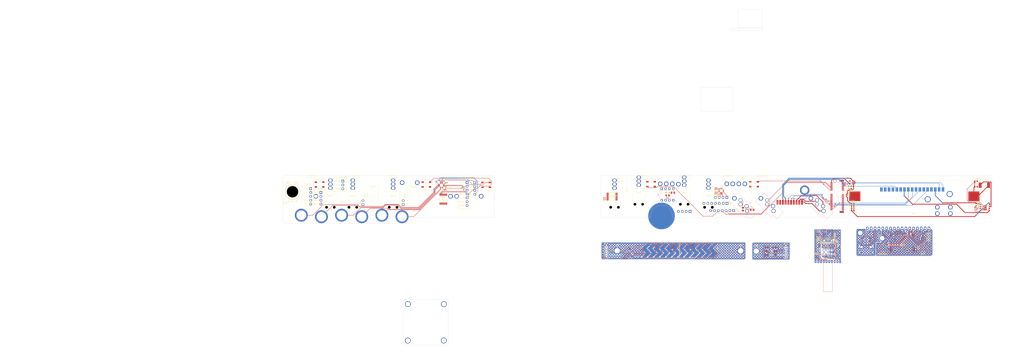
<source format=kicad_pcb>
(kicad_pcb (version 20211014) (generator pcbnew)
  (layers (0 "F.Cu" signal) (31 "B.Cu" signal) (34 "B.Paste" user) (35 "F.Paste" user) (36 "B.SilkS" user "B.Silkscreen") (37 "F.SilkS" user "F.Silkscreen") (38 "B.Mask" user) (39 "F.Mask" user) (44 "Edge.Cuts" user))
  (net 0 "")
  (net 5 "Net-(C10-Pad1)")
  (net 6 "/MainBoard/power/batt+")
  (net 7 "/MainBoard/main_gnd")
  (net 8 "/MainBoard/main_3v3")
  (net 9 "Net-(C2-Pad1)")
  (net 10 "/LHBoard/lh_gnd")
  (net 11 "Net-(C15-Pad1)")
  (net 12 "Net-(D1-Pad2)")
  (net 13 "Net-(D1-Pad1)")
  (net 14 "Net-(R1-Pad2)")
  (net 15 "Net-(R2-Pad2)")
  (net 16 "Net-(R3-Pad2)")
  (net 17 "Net-(R5-Pad1)")
  (net 18 "Net-(R4-Pad1)")
  (net 19 "Net-(C4-Pad1)")
  (net 20 "Net-(C4-Pad2)")
  (net 21 "Net-(IC2-Pad7)")
  (net 22 "Net-(C5-Pad2)")
  (net 23 "Net-(IC1-Pad4)")
  (net 24 "Net-(IC1-Pad5)")
  (net 25 "Net-(IC1-Pad6)")
  (net 26 "Net-(IC1-Pad7)")
  (net 27 "/DAC/dac_3v3in")
  (net 28 "/DAC/dac_gnd")
  (net 29 "/MainBoard/main_5v")
  (net 30 "/MainBoard/power/5v reg out")
  (net 31 "Net-(C19-Pad1)")
  (net 32 "Net-(C27-Pad1)")
  (net 33 "/LHBoard/lh_3v3")
  (net 34 "Net-(C31-Pad1)")
  (net 35 "/Pitchboard/pitch_gnd")
  (net 38 "/Pitchboard/pitch_3v3")
  (net 40 "Net-(C5-Pad1)")
  (net 41 "/MainBoard/TX2_WS2812_DATA")
  (net 42 "Net-(D7-Pad2)")
  (net 43 "Net-(D17-Pad2)")
  (net 44 "/MainBoard/main usb 5v in")
  (net 45 "/USBSocket/GND_USB")
  (net 46 "/USBSocket/usb bus 5v in")
  (net 47 "/USBSocket/USB data in +")
  (net 48 "/USBSocket/USB data in -")
  (net 49 "/microSD/sdio_cs")
  (net 50 "Net-(D16-Pad2)")
  (net 51 "Net-(D25-Pad2)")
  (net 52 "/MainBoard/i2c0_scl")
  (net 53 "/MainBoard/i2c0_sda")
  (net 54 "Net-(IC3-Pad4)")
  (net 55 "Net-(IC3-Pad5)")
  (net 56 "Net-(IC3-Pad6)")
  (net 57 "Net-(IC3-Pad7)")
  (net 58 "Net-(IC3-Pad9)")
  (net 59 "Net-(IC3-Pad10)")
  (net 60 "Net-(IC3-Pad11)")
  (net 61 "/MainBoard/ws2812 data out to LH")
  (net 63 "/LHBoard/lh_sck")
  (net 64 "/LHBoard/lh_sda")
  (net 66 "Net-(J3-Pad4)")
  (net 68 "Net-(J4-Pad2)")
  (net 70 "Net-(J4-Pad4)")
  (net 72 "Net-(J5-PadA5)")
  (net 73 "/MainBoard/USB data in +")
  (net 74 "/MainBoard/USB data in -")
  (net 75 "Net-(J5-PadB5)")
  (net 76 "Net-(J8-Pad2)")
  (net 77 "Net-(J8-Pad3)")
  (net 78 "Net-(J8-Pad4)")
  (net 79 "Net-(J8-Pad5)")
  (net 80 "Net-(J8-Pad6)")
  (net 81 "Net-(J8-Pad7)")
  (net 82 "Net-(J8-Pad8)")
  (net 83 "Net-(J8-Pad9)")
  (net 84 "Net-(J8-Pad10)")
  (net 85 "Net-(J8-Pad11)")
  (net 87 "/MainBoard/sdio_cs")
  (net 88 "/MainBoard/sdio_mosi")
  (net 89 "/MainBoard/sdio_clock")
  (net 90 "/MainBoard/sdio_miso")
  (net 95 "/MainBoard/i2s_lrck")
  (net 96 "/MainBoard/i2s_din")
  (net 97 "/MainBoard/i2s_bck")
  (net 98 "/MainBoard/RX1=MIDI IN")
  (net 99 "/MainBoard/TX1=MIDI OUT")
  (net 100 "/microSD/sdio_mosi")
  (net 101 "Net-(R15-Pad1)")
  (net 102 "Net-(R16-Pad1)")
  (net 103 "Net-(R19-Pad1)")
  (net 104 "Net-(R20-Pad1)")
  (net 105 "Net-(R35-Pad1)")
  (net 106 "Net-(R36-Pad1)")
  (net 107 "/LHBoard/encoder SW")
  (net 108 "/LHBoard/encoder B")
  (net 109 "/LHBoard/encoder A")
  (net 110 "/PressureBoard/pressure_gnd")
  (net 111 "/PressureBoard/pressure_3v3")
  (net 114 "/PressureBoard/pressure_sda")
  (net 115 "/PressureBoard/pressure_sck")
  (net 120 "/microSD/3v3")
  (net 129 "/MainBoard/ENC_A")
  (net 131 "/MainBoard/ENC_B")
  (net 133 "/MainBoard/oled_dc")
  (net 135 "/MainBoard/oled_res")
  (net 140 "/MainBoard/oled_cs")
  (net 141 "/MainBoard/spi0_sck")
  (net 143 "/MainBoard/spi0_sda")
  (net 159 "Net-(J6-Pad1)")
  (net 160 "Net-(J6-Pad2)")
  (net 161 "Net-(J6-Pad3)")
  (net 162 "Net-(J6-Pad4)")
  (net 171 "Net-(J18-Pad1)")
  (net 172 "Net-(J18-Pad2)")
  (net 173 "Net-(J18-Pad3)")
  (net 174 "Net-(J18-Pad4)")
  (net 175 "Net-(U10-Pad12)")
  (net 176 "Net-(U10-Pad13)")
  (net 177 "Net-(U10-Pad14)")
  (net 178 "Net-(U10-Pad15)")
  (net 179 "Net-(U10-Pad16)")
  (net 180 "Net-(U10-Pad17)")
  (net 183 "/Pitchboard/pitch_sck")
  (net 184 "/Pitchboard/pitch_sda")
  (net 187 "Net-(C6-Pad1)")
  (net 188 "/DAC/D3v3")
  (net 189 "Net-(C9-Pad1)")
  (net 190 "/DAC/a3v3")
  (net 191 "Net-(J13-Pad11)")
  (net 192 "/LHBoard/ws2812 data from main")
  (net 194 "/microSD/sdio_clock")
  (net 195 "/microSD/gnd")
  (net 196 "/microSD/sdio_miso")
  (net 197 "Net-(J13-Pad12)")
  (net 198 "Net-(J13-Pad13)")
  (net 199 "Net-(J13-Pad14)")
  (net 200 "/MainBoard/main_batt_key_1")
  (net 201 "/MainBoard/main_program_switch_1")
  (net 202 "/MainBoard/main_batt_led1")
  (net 203 "/MainBoard/main_batt_led2")
  (net 204 "/MainBoard/main_batt_led3")
  (net 205 "Net-(D2-Pad1)")
  (net 206 "Net-(D2-Pad2)")
  (net 207 "Net-(D4-Pad2)")
  (net 208 "/DAC/dac_i2s_lrck")
  (net 209 "/DAC/dac_i2s_din")
  (net 210 "/DAC/dac_i2s_bck")
  (net 211 "/DAC/dac_sw2")
  (net 212 "/DAC/dac_sw1")
  (net 213 "Net-(J19-Pad10)")
  (net 214 "Net-(J19-Pad8)")
  (net 215 "Net-(J19-Pad9)")
  (net 216 "/DAC/dac_audio_out_L")
  (net 217 "/DAC/dac_audio_out_r")
  (net 218 "Net-(SW1-Pad2)")
  (net 219 "Net-(C18-Pad1)")
  (footprint "Resistor_SMD:R_0402_1005Metric" (layer "F.Cu") (at -298.051696 233.397034 180)
    (fp_text reference "R17")
    (fp_text value "4.7k")
  )
  (footprint "Capacitor_SMD:C_0402_1005Metric" (layer "F.Cu") (at -51.251696 236.397034 -90)
    (fp_text reference "C16")
    (fp_text value "10uF")
  )
  (footprint "Capacitor_SMD:C_0402_1005Metric" (layer "F.Cu") (at -284.439196 271.397034 180)
    (fp_text reference "C31" hide)
    (fp_text value "0.1uF")
  )
  (footprint "Capacitor_SMD:C_0402_1005Metric" (layer "F.Cu") (at -403.176696 226.997034)
    (fp_text reference "C29")
    (fp_text value "0.1uF")
  )
  (footprint "MountingHole:MountingHole_2.7mm_M2.5" (layer "F.Cu") (at -201.251696 231.197034)
    (fp_text reference "H7")
    (fp_text value "MountingHole")
  )
  (footprint "MountingHole:MountingHole_2.7mm_M2.5" (layer "F.Cu") (at -208.139196 267.197034)
    (fp_text reference "H3")
    (fp_text value "MountingHole")
  )
  (footprint "Resistor_SMD:R_0402_1005Metric" (layer "F.Cu") (at -145.051696 263.907034 -90)
    (fp_text reference "R5")
    (fp_text value "470R")
  )
  (footprint "clarinoid2:MB2511S2G45" (layer "F.Cu") (at -291.389196 225.762034)
    (fp_text reference "SW2")
    (fp_text value "sw_RHx1")
  )
  (footprint "SamacSys_Parts:SOP65P640X110-16N" (layer "F.Cu") (at -404.376696 233.097034 90)
    (fp_text reference "IC3")
    (fp_text value "PCA9554APW,118" hide)
  )
  (footprint "SamacSys_Parts:ABPMAND001PG2A3" (layer "F.Cu") (at -188.038696 267.397034 -90)
    (fp_text reference "U1")
    (fp_text value "Pressure1_0x28_I2C0" hide)
  )
  (footprint "Capacitor_SMD:C_0603_1608Metric" (layer "F.Cu") (at -134.151696 235.897034)
    (fp_text reference "C25")
    (fp_text value "22uF")
  )
  (footprint "Connector_PinHeader_2.54mm:PinHeader_1x05_P2.54mm_Vertical" (layer "F.Cu") (at -491.975915 226.140034)
    (fp_text reference "J21" hide)
    (fp_text value "encoder header")
  )
  (footprint "Capacitor_SMD:C_0402_1005Metric" (layer "F.Cu") (at -145.551696 258.797034 90)
    (fp_text reference "C13")
    (fp_text value "0.1uF")
  )
  (footprint "Capacitor_SMD:C_0603_1608Metric" (layer "F.Cu") (at -134.151696 237.497034)
    (fp_text reference "C24")
    (fp_text value "22uF")
  )
  (footprint "Resistor_SMD:R_0402_1005Metric" (layer "F.Cu") (at -92.051696 265.197034 -90)
    (fp_text reference "R11")
    (fp_text value "10k")
  )
  (footprint "clarinoid2:SSD1306_128x64_approximate" (layer "F.Cu") (at -460.266132 300.001076)
    (fp_text reference "U17" hide)
    (fp_text value "OLED graphic")
  )
  (footprint "SamacSys_Parts:SOIC127P599X155-9N" (layer "F.Cu") (at -46.851696 238.697034)
    (fp_text reference "IC2")
    (fp_text value "Injoinic IP5306 battery charge" hide)
  )
  (footprint "Package_TO_SOT_SMD:SOT-23-5" (layer "F.Cu") (at -134.951696 222.097034 180)
    (fp_text reference "U7")
    (fp_text value "TLV75733PDBV")
  )
  (footprint "Capacitor_SMD:C_0402_1005Metric" (layer "F.Cu") (at -156.451696 258.097034 180)
    (fp_text reference "C7")
    (fp_text value "10uF")
  )
  (footprint "MountingHole:MountingHole_2.7mm_M2.5" (layer "F.Cu") (at -46.251696 231.197034)
    (fp_text reference "H5")
    (fp_text value "MountingHole")
  )
  (footprint "Package_TO_SOT_SMD:SOT-23-5" (layer "F.Cu") (at -155.251696 263.697034)
    (fp_text reference "U5")
    (fp_text value "TLV75533PDBV")
  )
  (footprint "Capacitor_SMD:C_0402_1005Metric" (layer "F.Cu") (at -144.451696 258.797034 90)
    (fp_text reference "C12")
    (fp_text value "10uF")
  )
  (footprint "clarinoid2:MB2511S2G45" (layer "F.Cu") (at -464.176696 225.762034)
    (fp_text reference "SW11")
    (fp_text value "SW_x2")
  )
  (footprint "Resistor_SMD:R_0402_1005Metric" (layer "F.Cu") (at -53.751696 223.097034 90)
    (fp_text reference "R12" hide)
    (fp_text value "0.5R")
  )
  (footprint "LED_SMD:LED_0402_1005Metric" (layer "F.Cu") (at -87.656207 260.392523)
    (fp_text reference "D2" hide)
    (fp_text value "25%")
  )
  (footprint "Capacitor_SMD:C_0402_1005Metric" (layer "F.Cu") (at -150.451696 260.597034)
    (fp_text reference "C5")
    (fp_text value "2.2uF")
  )
  (footprint "Battery:BatteryHolder_Keystone_1042_1x18650" (layer "F.Cu") (at -93.469196 231.197034 180)
    (fp_text reference "BT1")
    (fp_text value "Battery_Cell")
  )
  (footprint "clarinoid2:solder point DIP 1x2" (layer "F.Cu") (at -457.475915 235.472523 90)
    (fp_text reference "SW7")
    (fp_text value "SW_OK")
  )
  (footprint "Connector_PinHeader_2.54mm:PinHeader_1x04_P2.54mm_Vertical" (layer "F.Cu") (at -241.594196 241.197034 -90)
    (fp_text reference "J7")
    (fp_text value "I2C HEADER main to PITCH")
  )
  (footprint "Resistor_SMD:R_0402_1005Metric" (layer "F.Cu") (at -224.461696 226.697034 180)
    (fp_text reference "R15")
    (fp_text value "10k")
  )
  (footprint "clarinoid2:USB_C_Receptacle_XKB_U262-16XN-4BVC11" (layer "F.Cu") (at -125.306207 267.217523)
    (fp_text reference "J5" hide)
    (fp_text value "XKB_U262-16XN-4BVC11 USB-C recept")
  )
  (footprint "Resistor_SMD:R_0402_1005Metric" (layer "F.Cu") (at -158.051696 268.997034 90)
    (fp_text reference "R2")
    (fp_text value "22R")
  )
  (footprint "clarinoid2:MB2511S4W01-BC" (layer "F.Cu") (at -424.276696 230.697034)
    (fp_text reference "U16")
    (fp_text value "BACK cutout")
  )
  (footprint "MountingHole:MountingHole_2.7mm_M2.5" (layer "F.Cu") (at -197.851696 267.397034)
    (fp_text reference "H8")
    (fp_text value "MountingHole")
  )
  (footprint "Capacitor_SMD:C_0402_1005Metric" (layer "F.Cu") (at -224.431696 228.497034 180)
    (fp_text reference "C27")
    (fp_text value "0.1uF")
  )
  (footprint "Connector_PinHeader_2.54mm:PinHeader_1x07_P2.54mm_Vertical" (layer "F.Cu") (at -217.126696 235.897034 -90)
    (fp_text reference "J9")
    (fp_text value "OLED_HEADER")
  )
  (footprint "Capacitor_SMD:C_0603_1608Metric" (layer "F.Cu") (at -134.426696 226.197034 180)
    (fp_text reference "C23")
    (fp_text value "0.1uF")
  )
  (footprint "Capacitor_SMD:C_0402_1005Metric" (layer "F.Cu") (at -144.851696 256.397034 90)
    (fp_text reference "C4")
    (fp_text value "2.2uF")
  )
  (footprint "Resistor_SMD:R_0402_1005Metric" (layer "F.Cu") (at -156.951696 268.997034 90)
    (fp_text reference "R1")
    (fp_text value "22R")
  )
  (footprint "Diode_SMD:D_SOD-323" (layer "F.Cu") (at -256.389196 228.722034)
    (fp_text reference "D1")
    (fp_text value "1N4148WS")
  )
  (footprint "Connector_PinHeader_2.54mm:PinHeader_1x07_P2.54mm_Vertical" (layer "F.Cu") (at -212.726696 240.697034 -90)
    (fp_text reference "J12")
    (fp_text value "main header multi to LH")
  )
  (footprint "clarinoid2:MB2511S2G45" (layer "F.Cu") (at -229.389196 225.762034)
    (fp_text reference "SW5")
    (fp_text value "sw_RHx4")
  )
  (footprint "Capacitor_SMD:C_0402_1005Metric" (layer "F.Cu") (at -256.409196 232.322034)
    (fp_text reference "C14")
    (fp_text value "0.1uF")
  )
  (footprint "clarinoid2:MB2511S2G45" (layer "F.Cu") (at -245.389196 223.762034)
    (fp_text reference "SW4")
    (fp_text value "sw_RHx3")
  )
  (footprint "Capacitor_SMD:C_0402_1005Metric" (layer "F.Cu") (at -52.951696 238.797034)
    (fp_text reference "C15")
    (fp_text value "10uF")
  )
  (footprint "clarinoid2:Sinhoo SMTSO2530CTJ" (layer "F.Cu") (at -165.901696 227.197034)
    (fp_text reference "H1")
    (fp_text value "M.2 riser 2.5mm")
  )
  (footprint "LED_SMD:LED_WS2812B_PLCC4_5.0x5.0mm_P3.2mm" (layer "F.Cu") (at -267.251696 223.197034)
    (fp_text reference "D8")
    (fp_text value "WS2812B")
  )
  (footprint "Capacitor_SMD:C_0603_1608Metric" (layer "F.Cu") (at -134.426696 224.597034 180)
    (fp_text reference "C20")
    (fp_text value "0.22uF")
  )
  (footprint "Resistor_SMD:R_0402_1005Metric" (layer "F.Cu") (at -402.776696 225.507034 -90)
    (fp_text reference "R35")
    (fp_text value "10k")
  )
  (footprint "MountingHole:MountingHole_2.7mm_M2.5" (layer "F.Cu") (at -471.589196 231.202034)
    (fp_text reference "H9")
    (fp_text value "MountingHole")
  )
  (footprint "clarinoid2:SOFNG TF-15x15 (LCSC C111196)" (layer "F.Cu") (at -101.146207 263.017523)
    (fp_text reference "J11")
    (fp_text value "microSD SOFNG TF-15x15" hide)
  )
  (footprint "Resistor_SMD:R_0805_2012Metric" (layer "F.Cu") (at -256.376696 230.722034)
    (fp_text reference "R7")
    (fp_text value "470R")
  )
  (footprint "Capacitor_SMD:C_0402_1005Metric" (layer "F.Cu") (at -156.451696 256.997034 180)
    (fp_text reference "C10")
    (fp_text value "0.1uF")
  )
  (footprint "Resistor_SMD:R_0805_2012Metric" (layer "F.Cu") (at -252.889196 228.822034)
    (fp_text reference "R6")
    (fp_text value "220R")
  )
  (footprint "Capacitor_SMD:C_0603_1608Metric" (layer "F.Cu") (at -134.151696 239.097034)
    (fp_text reference "C22")
    (fp_text value "22uF")
  )
  (footprint "Resistor_SMD:R_0402_1005Metric" (layer "F.Cu") (at -282.539196 267.697034 90)
    (fp_text reference "R19" hide)
    (fp_text value "10k")
  )
  (footprint "clarinoid2:Bourns_POT_PTR902-2020K-A103 Panel interconnect" (layer "F.Cu") (at -175.751696 226.197034)
    (fp_text reference "J19")
    (fp_text value "clarinoid3 DAC and POT subboard interconnect")
  )
  (footprint "Capacitor_SMD:C_0402_1005Metric" (layer "F.Cu") (at -402.476696 222.297034)
    (fp_text reference "C2")
    (fp_text value "0.1uF")
  )
  (footprint "Capacitor_SMD:C_0603_1608Metric" (layer "F.Cu") (at -134.151696 240.697034)
    (fp_text reference "C18")
    (fp_text value "22uF")
  )
  (footprint "Capacitor_SMD:C_0402_1005Metric" (layer "F.Cu") (at -143.551696 264.407034)
    (fp_text reference "C9")
    (fp_text value "2.2uF")
  )
  (footprint "clarinoid2:Teensy_4.0_MicroMod outline fab" (layer "F.Cu") (at -148.401696 228.497034 180)
    (fp_text reference "U3" hide)
    (fp_text value "Micromod outline" hide)
  )
  (footprint "MountingHole:MountingHole_2.7mm_M2.5" (layer "F.Cu") (at -416.376696 231.202523)
    (fp_text reference "H11")
    (fp_text value "MountingHole")
  )
  (footprint "clarinoid2:clarinoid 3 main sd interconnect castellated interconnect 17p" (layer "F.Cu") (at -124.456207 252.392523 90)
    (fp_text reference "J13" hide)
    (fp_text value "clarinoid3 main usb interconnect 12p" hide)
  )
  (footprint "Capacitor_SMD:C_0603_1608Metric" (layer "F.Cu") (at -52.751696 224.897034)
    (fp_text reference "C21")
    (fp_text value "22uF")
  )
  (footprint "Connector_PinHeader_2.54mm:PinHeader_1x04_P2.54mm_Vertical" (layer "F.Cu") (at -178.286867 263.605885)
    (fp_text reference "J1")
    (fp_text value "header i2c pressure")
  )
  (footprint "clarinoid2:Inductor_MCS0630-1R0MN2" (layer "F.Cu") (at -47.251696 227.297034)
    (fp_text reference "L1")
    (fp_text value "1uH")
  )
  (footprint "LED_SMD:LED_WS2812B_PLCC4_5.0x5.0mm_P3.2mm" (layer "F.Cu") (at -376.126696 223.662034)
    (fp_text reference "D16")
    (fp_text value "WS2812B")
  )
  (footprint "Resistor_SMD:R_0805_2012Metric" (layer "F.Cu") (at -200.551696 240.097034)
    (fp_text reference "R9")
    (fp_text value "47R")
  )
  (footprint "Resistor_SMD:R_0402_1005Metric" (layer "F.Cu") (at -282.439196 271.197034 90)
    (fp_text reference "R20" hide)
    (fp_text value "75k")
  )
  (footprint "NetTie:NetTie-2_SMD_Pad0.5mm" (layer "F.Cu") (at -156.051696 261.297034)
    (fp_text reference "NT1")
    (fp_text value "NetTie_2")
  )
  (footprint "Connector_PinHeader_2.54mm:PinHeader_1x04_P2.54mm_Vertical" (layer "F.Cu") (at -217.271696 231.997034 -90)
    (fp_text reference "J6")
    (fp_text value "RH touch keys header")
  )
  (footprint "clarinoid2:XKB switch jlcpcb SW_TS-1187A-B-A-B" (layer "F.Cu") (at -114.656207 265.392523 180)
    (fp_text reference "SW6" hide)
    (fp_text value "sw_program")
  )
  (footprint "LED_SMD:LED_WS2812B_PLCC4_5.0x5.0mm_P3.2mm" (layer "F.Cu") (at -199.251696 223.197034)
    (fp_text reference "D7")
    (fp_text value "WS2812B")
  )
  (footprint "Connector_PinHeader_2.54mm:PinHeader_1x04_P2.54mm_Vertical" (layer "F.Cu") (at -383.655477 222.330034)
    (fp_text reference "J18" hide)
    (fp_text value "header lh_keys")
  )
  (footprint "Capacitor_SMD:C_0402_1005Metric" (layer "F.Cu") (at -156.451696 254.797034)
    (fp_text reference "C11")
    (fp_text value "0.1uF")
  )
  (footprint "Capacitor_SMD:C_0402_1005Metric" (layer "F.Cu") (at -156.451696 255.897034)
    (fp_text reference "C8")
    (fp_text value "10uF")
  )
  (footprint "MountingHole:MountingHole_2.7mm_M2.5" (layer "F.Cu") (at -289.639196 267.197034)
    (fp_text reference "H2")
    (fp_text value "MountingHole")
  )
  (footprint "LED_SMD:LED_0402_1005Metric" (layer "F.Cu") (at -87.656207 255.892523)
    (fp_text reference "D5" hide)
    (fp_text value "100%")
  )
  (footprint "MountingHole:MountingHole_2.7mm_M2.5" (layer "F.Cu") (at -283.251696 231.197034)
    (fp_text reference "H4")
    (fp_text value "MountingHole")
  )
  (footprint "Resistor_SMD:R_0805_2012Metric" (layer "F.Cu") (at -127.176207 259.892523 -90)
    (fp_text reference "R14" hide)
    (fp_text value "5.1k")
  )
  (footprint "Package_SO:TSSOP-20_4.4x6.5mm_P0.65mm" (layer "F.Cu") (at -150.514196 256.172034 180)
    (fp_text reference "U4")
    (fp_text value "PCM5102A")
  )
  (footprint "LED_SMD:LED_WS2812B_PLCC4_5.0x5.0mm_P3.2mm" (layer "F.Cu") (at -486.126696 223.447034)
    (fp_text reference "D25")
    (fp_text value "WS2812B")
  )
  (footprint "MountingHole:MountingHole_2.7mm_M2.5" (layer "F.Cu") (at -374.626696 231.202523)
    (fp_text reference "H10")
    (fp_text value "MountingHole")
  )
  (footprint "clarinoid2:Bourns_ENC_PEC11R-4215F-S0024 panel cutout shaft downward" (layer "F.Cu") (at -503.989196 228.202523)
    (fp_text reference "U18")
    (fp_text value "encoder cutout")
  )
  (footprint "Resistor_SMD:R_0402_1005Metric" (layer "F.Cu") (at -298.051696 232.297034 180)
    (fp_text reference "R18")
    (fp_text value "4.7k")
  )
  (footprint "clarinoid2:solder point DIP 1x2" (layer "F.Cu") (at -430.975915 235.432523 90)
    (fp_text reference "SW9")
    (fp_text value "SW_BACK")
  )
  (footprint "Connector_PinHeader_2.54mm:PinHeader_1x07_P2.54mm_Vertical" (layer "F.Cu") (at -388.735477 222.076034)
    (fp_text reference "J10" hide)
    (fp_text value "LH header multi to main")
  )
  (footprint "clarinoid2:XKB switch jlcpcb SW_TS-1187A-B-A-B" (layer "F.Cu") (at -87.656207 265.392523)
    (fp_text reference "SW1" hide)
    (fp_text value "sw_batteryindicator")
  )
  (footprint "NetTie:NetTie-2_SMD_Pad0.5mm" (layer "F.Cu") (at -137.651696 227.897034 90)
    (fp_text reference "NT2")
    (fp_text value "NetTie_2")
  )
  (footprint "LED_SMD:LED_0402_1005Metric" (layer "F.Cu") (at -87.656207 258.892523)
    (fp_text reference "D3" hide)
    (fp_text value "50%")
  )
  (footprint "Resistor_SMD:R_0402_1005Metric" (layer "F.Cu") (at -224.451696 229.497034 180)
    (fp_text reference "R16")
    (fp_text value "75k")
  )
  (footprint "Connector_PinHeader_2.54mm:PinHeader_1x04_P2.54mm_Vertical" (layer "F.Cu") (at -485.255477 228.680034)
    (fp_text reference "J14" hide)
    (fp_text value "header_i2c_lh to pressure")
  )
  (footprint "Package_DFN_QFN:UQFN-20_3x3mm_P0.4mm" (layer "F.Cu") (at -279.639196 269.197034)
    (fp_text reference "U11" hide)
    (fp_text value "MPR121, 0x5A")
  )
  (footprint "Connector_PinHeader_2.54mm:PinHeader_1x04_P2.54mm_Vertical" (layer "F.Cu") (at -296.839196 263.397034)
    (fp_text reference "J2")
    (fp_text value "lh_header_i2c_main")
  )
  (footprint "Connector_PinHeader_2.54mm:PinHeader_1x03_P2.54mm_Vertical" (layer "F.Cu") (at -470.777477 221.197034)
    (fp_text reference "U9" hide)
    (fp_text value "WS2812_HEADER LH to external")
  )
  (footprint "Capacitor_SMD:C_0402_1005Metric" (layer "F.Cu") (at -282.039196 266.197034)
    (fp_text reference "C32" hide)
    (fp_text value "0.1uF")
  )
  (footprint "clarinoid2:MB2511S2G45" (layer "F.Cu") (at -478.976696 225.762034)
    (fp_text reference "SW12")
    (fp_text value "SW_x3")
  )
  (footprint "Resistor_SMD:R_0805_2012Metric" (layer "F.Cu") (at -206.651696 239.709534 -90)
    (fp_text reference "R8")
    (fp_text value "47R")
  )
  (footprint "Capacitor_SMD:C_0603_1608Metric" (layer "F.Cu") (at -52.751696 221.297034)
    (fp_text reference "C19")
    (fp_text value "22uF")
  )
  (footprint "Capacitor_SMD:C_0402_1005Metric" (layer "F.Cu") (at -136.551696 226.497034 90)
    (fp_text reference "C17")
    (fp_text value "10uF")
  )
  (footprint "Capacitor_SMD:C_0402_1005Metric" (layer "F.Cu") (at -155.551696 259.797034 90)
    (fp_text reference "C3")
    (fp_text value "0.1uF")
  )
  (footprint "Resistor_SMD:R_0402_1005Metric" (layer "F.Cu") (at -404.476696 221.297034)
    (fp_text reference "R36")
    (fp_text value "75k")
  )
  (footprint "Capacitor_SMD:C_0402_1005Metric" (layer "F.Cu") (at -156.651696 259.797034 90)
    (fp_text reference "C1")
    (fp_text value "10uF")
  )
  (footprint "Resistor_SMD:R_0402_1005Metric" (layer "F.Cu") (at -155.851696 268.997034 90)
    (fp_text reference "R3")
    (fp_text value "22R")
  )
  (footprint "clarinoid2:MB2511S2G45" (layer "F.Cu") (at -275.389196 223.762034)
    (fp_text reference "SW3")
    (fp_text value "sw_RHx2")
  )
  (footprint "Capacitor_SMD:C_0402_1005Metric" (layer "F.Cu") (at -137.651696 229.897034 -90)
    (fp_text reference "C26")
    (fp_text value "0.1uF")
  )
  (footprint "Resistor_SMD:R_0603_1608Metric" (layer "F.Cu") (at -52.751696 236.697034 -90)
    (fp_text reference "R10")
    (fp_text value "2R")
  )
  (footprint "SamacSys_Parts:21992304" (layer "F.Cu") (at -144.251696 231.197034 -90)
    (fp_text reference "U2")
    (fp_text value "APCI0108-P001A Teensy_4.0_MicroMod" hide)
  )
  (footprint "Resistor_SMD:R_0805_2012Metric" (layer "F.Cu") (at -123.068707 259.892523 -90)
    (fp_text reference "R13" hide)
    (fp_text value "5.1k")
  )
  (footprint "LED_SMD:LED_WS2812B_PLCC4_5.0x5.0mm_P3.2mm" (layer "F.Cu") (at -415.626696 223.447034)
    (fp_text reference "D17")
    (fp_text value "WS2812B")
  )
  (footprint "Package_DFN_QFN:UQFN-20_3x3mm_P0.4mm" (layer "F.Cu") (at -220.951696 227.497034)
    (fp_text reference "U8")
    (fp_text value "MPR121, 0x5A")
  )
  (footprint "Capacitor_SMD:C_0402_1005Metric" (layer "F.Cu") (at -150.151696 271.897034 180)
    (fp_text reference "C6")
    (fp_text value "2.2uF")
  )
  (footprint "Resistor_SMD:R_0402_1005Metric" (layer "F.Cu") (at -148.151696 271.897034 180)
    (fp_text reference "R4" hide)
    (fp_text value "470R")
  )
  (footprint "clarinoid2:MB2511S4W01-BC" (layer "F.Cu") (at -450.876696 230.697034)
    (fp_text reference "U15")
    (fp_text value "OK cutout")
  )
  (footprint "Capacitor_SMD:C_0402_1005Metric" (layer "F.Cu") (at -224.451696 225.697034 180)
    (fp_text reference "C28")
    (fp_text value "0.1uF")
  )
  (footprint "SamacSys_Parts:SOP65P640X110-16N" (layer "F.Cu") (at -293.023632 231.381076 180)
    (fp_text reference "IC1")
    (fp_text value "PCA9554APW,118" hide)
  )
  (footprint "clarinoid2:MB2511S2G45" (layer "F.Cu") (at -437.576696 225.762034)
    (fp_text reference "SW10")
    (fp_text value "SW_x1")
  )
  (footprint "Package_DFN_QFN:UQFN-20_3x3mm_P0.4mm" (layer "F.Cu") (at -405.626696 223.947034 180)
    (fp_text reference "U10")
    (fp_text value "MPR121, 0x5A")
  )
  (footprint "LED_SMD:LED_0402_1005Metric" (layer "F.Cu") (at -87.656207 257.392523)
    (fp_text reference "D4" hide)
    (fp_text value "75%")
  )
  (footprint "clarinoid2:SWITCHCRAFT_35RAPC4BV4" (layer "B.Cu") (at -206.594842 238.197034 135)
    (fp_text reference "J4")
    (fp_text value "MIDI OUT")
  )
  (footprint "clarinoid2:SWITCHCRAFT_35RAPC4BV4" (layer "B.Cu") (at -189.094842 238.197034 135)
    (fp_text reference "J3")
    (fp_text value "MIDI IN")
  )
  (footprint "CapTouchSliders:CaptouchSlider_Masked_H3x3_A1.0mm_x12" (layer "B.Cu") (at -223.540174 269.697034 180)
    (fp_text reference "J8")
    (fp_text value "CapTouchSlider3")
  )
  (footprint "clarinoid2:CLARINOID_M6_6OCTAVES_p13.3_offset1.0mm" (layer "B.Cu") (at -431.689196 244.697034 180)
    (fp_text reference "U12")
    (fp_text value "octave_keys_6")
  )
  (footprint "Package_DIP:DIP-8_W7.62mm" (layer "B.Cu") (at -260.251696 226.197034 -90)
    (fp_text reference "U6")
    (fp_text value "6N138")
  )
  (footprint "clarinoid2:SWITCHCRAFT_35RAPC4BV4" (layer "B.Cu") (at -156.094842 238.197034 135)
    (fp_text reference "J16")
    (fp_text value "AudioOut")
  )
  (footprint "clarinoid2:Bourns_POT_PTR902-2020K-A103 Panel subboard castellated header" (layer "B.Cu") (at -148.051696 269.297034)
    (fp_text reference "J15")
    (fp_text value "clarinoid3 DAC and POT subboard interconnect")
  )
  (footprint "SamacSys_Parts:PTR902-2020K-A103" (layer "B.Cu") (at -150.551696 274.297034 -90)
    (fp_text reference "R21")
    (fp_text value "PTR902-2020K-A103" hide)
  )
  (footprint "clarinoid2:clarinoid 3 main sd interconnect SM interconnect 17p" (layer "B.Cu") (at -74.579196 226.697034 90)
    (fp_text reference "J17" hide)
    (fp_text value "clarinoid3 main usb interconnect 12p")
  )
  (gr_circle (center -145.901696 221.197034) (end -144.901696 221.197034) (layer "F.Cu") (width 0.2) (fill none))
  (gr_circle (center -260.394196 244.197034) (end -251.594196 244.197034) (layer "B.Cu") (width 0) (fill solid))
  (gr_line (start -289.639196 217.322034) (end -289.639196 220.197034) (layer "F.SilkS") (width 0.15))
  (gr_line (start -491.639196 217.197034) (end -491.639196 219.897034) (layer "F.SilkS") (width 0.15))
  (gr_rect (start -394.626696 218.662034) (end -386.626696 239.464034) (layer "F.SilkS") (width 0.15) (fill none))
  (gr_rect (start -435.439196 217.697034) (end -441.839196 219.097034) (layer "F.SilkS") (width 0.15) (fill none))
  (gr_rect (start -488.439196 217.697034) (end -494.839196 219.097034) (layer "F.SilkS") (width 0.15) (fill none))
  (gr_rect (start -476.126696 218.291034) (end -468.626696 227.791034) (layer "F.SilkS") (width 0.15) (fill none))
  (gr_line (start -472.126696 218.197034) (end -471.126696 218.197034) (layer "F.SilkS") (width 0.15))
  (gr_line (start -193.589196 217.322034) (end -193.589196 219.097034) (layer "F.SilkS") (width 0.15))
  (gr_line (start -201.251696 217.322034) (end -201.251696 231.197034) (layer "F.SilkS") (width 0.15))
  (gr_line (start -416.376696 231.197034) (end -416.376696 217.197034) (layer "F.SilkS") (width 0.15))
  (gr_line (start -216.589196 217.322034) (end -216.589196 219.097034) (layer "F.SilkS") (width 0.15))
  (gr_line (start -272.339196 217.322034) (end -272.339196 219.897034) (layer "F.SilkS") (width 0.15))
  (gr_rect (start -459.439196 217.697034) (end -465.839196 219.097034) (layer "F.SilkS") (width 0.15) (fill none))
  (gr_line (start -374.626696 231.197034) (end -374.626696 217.197034) (layer "F.SilkS") (width 0.15))
  (gr_rect (start -241.139196 217.462034) (end -247.539196 219.862034) (layer "F.SilkS") (width 0.15) (fill none))
  (gr_line (start -416.876696 218.197034) (end -415.876696 218.197034) (layer "F.SilkS") (width 0.15))
  (gr_rect (start -190.389196 217.697034) (end -196.789196 218.097034) (layer "F.SilkS") (width 0.15) (fill none))
  (gr_line (start -244.339196 217.322034) (end -244.339196 217.622034) (layer "F.SilkS") (width 0.15))
  (gr_line (start -208.139196 217.322034) (end -208.139196 220.197034) (layer "F.SilkS") (width 0.15))
  (gr_rect (start -213.389196 217.697034) (end -219.789196 218.097034) (layer "F.SilkS") (width 0.15) (fill none))
  (gr_line (start -46.251696 217.322034) (end -46.251696 231.197034) (layer "F.SilkS") (width 0.15))
  (gr_rect (start -489.975915 225.886034) (end -482.975915 238.410034) (layer "F.SilkS") (width 0.15) (fill none))
  (gr_line (start -462.639196 217.397034) (end -462.639196 219.097034) (layer "F.SilkS") (width 0.15))
  (gr_rect (start -495.975915 222.924523) (end -489.975915 237.702523) (layer "F.SilkS") (width 0.15) (fill none))
  (gr_line (start -471.626696 218.697034) (end -471.626696 217.197034) (layer "F.SilkS") (width 0.15))
  (gr_rect (start -269.139196 217.497034) (end -275.539196 219.897034) (layer "F.SilkS") (width 0.15) (fill none))
  (gr_line (start -283.251696 217.322034) (end -283.251696 231.197034) (layer "F.SilkS") (width 0.15))
  (gr_line (start -438.639196 217.197034) (end -438.639196 219.097034) (layer "F.SilkS") (width 0.15))
  (gr_rect (start -386.626696 218.662034) (end -381.626696 231.940034) (layer "F.SilkS") (width 0.15) (fill none))
  (gr_line (start -375.126696 218.197034) (end -374.126696 218.197034) (layer "F.SilkS") (width 0.15))
  (gr_line (start -204.639196 262.197034) (end -204.639196 272.197034) (layer "Edge.Cuts") (width 0.1))
  (gr_line (start -42.339196 217.197034) (end -42.339196 245.197034) (layer "Edge.Cuts") (width 0.1))
  (gr_line (start -427.289196 249.197034) (end -507.789196 249.197034) (layer "Edge.Cuts") (width 0.1))
  (gr_line (start -132.176207 269.392523) (end -132.176207 253.892523) (layer "Edge.Cuts") (width 0.1))
  (gr_arc (start -176.351696 261.397034) (mid -175.644589 261.689927) (end -175.351696 262.397034) (layer "Edge.Cuts") (width 0.1))
  (gr_arc (start -267.394196 244.197034) (mid -267.687089 244.904141) (end -268.394196 245.197034) (layer "Edge.Cuts") (width 0.1))
  (gr_line (start -300.339196 217.197034) (end -42.339196 217.197034) (layer "Edge.Cuts") (width 0.1))
  (gr_arc (start -371.789196 217.197034) (mid -371.082089 217.489927) (end -370.789196 218.197034) (layer "Edge.Cuts") (width 0.1))
  (gr_line (start -268.394196 245.197034) (end -300.339196 245.197034) (layer "Edge.Cuts") (width 0.1))
  (gr_rect (start -193.851696 107.697034) (end -209.851696 119.697034) (layer "Edge.Cuts") (width 0.1) (fill none))
  (gr_line (start -510.289196 218.197034) (end -510.289196 246.697034) (layer "Edge.Cuts") (width 0.1))
  (gr_line (start -299.339196 261.197034) (end -205.639196 261.197034) (layer "Edge.Cuts") (width 0.1))
  (gr_arc (start -130.676207 270.892523) (mid -131.736867 270.453183) (end -132.176207 269.392523) (layer "Edge.Cuts") (width 0.1))
  (gr_rect (start -159.651696 252.797034) (end -141.651696 274.297034) (layer "Edge.Cuts") (width 0.1) (fill none))
  (gr_line (start -81.176207 253.892523) (end -81.176207 269.392523) (layer "Edge.Cuts") (width 0.1))
  (gr_arc (start -424.789196 246.697034) (mid -424.349856 245.636374) (end -423.289196 245.197034) (layer "Edge.Cuts") (width 0.1))
  (gr_arc (start -200.851696 262.397034) (mid -200.558803 261.689927) (end -199.851696 261.397034) (layer "Edge.Cuts") (width 0.1))
  (gr_arc (start -300.339196 262.197034) (mid -300.046303 261.489927) (end -299.339196 261.197034) (layer "Edge.Cuts") (width 0.1))
  (gr_line (start -300.339196 272.197034) (end -300.339196 262.197034) (layer "Edge.Cuts") (width 0.1))
  (gr_rect (start -430.861132 299.406076) (end -401.111132 329.406076) (layer "Edge.Cuts") (width 0.1) (fill none))
  (gr_line (start -300.339196 245.197034) (end -300.339196 217.197034) (layer "Edge.Cuts") (width 0.1))
  (gr_line (start -200.851696 272.397034) (end -200.851696 262.397034) (layer "Edge.Cuts") (width 0.1))
  (gr_line (start -424.789196 246.697034) (end -424.789196 246.697034) (layer "Edge.Cuts") (width 0.1))
  (gr_arc (start -82.676207 252.392523) (mid -81.615547 252.831863) (end -81.176207 253.892523) (layer "Edge.Cuts") (width 0.1))
  (gr_arc (start -299.339196 273.197034) (mid -300.046303 272.904141) (end -300.339196 272.197034) (layer "Edge.Cuts") (width 0.1))
  (gr_rect (start -234.551696 159.247034) (end -213.351696 175.147034) (layer "Edge.Cuts") (width 0.1) (fill none))
  (gr_line (start -42.339196 245.197034) (end -252.394196 245.197034) (layer "Edge.Cuts") (width 0.1))
  (gr_arc (start -175.351696 272.397034) (mid -175.644589 273.104141) (end -176.351696 273.397034) (layer "Edge.Cuts") (width 0.1))
  (gr_arc (start -424.789196 246.697034) (mid -425.521429 248.464801) (end -427.289196 249.197034) (layer "Edge.Cuts") (width 0.1))
  (gr_arc (start -507.789196 249.197034) (mid -509.556963 248.464801) (end -510.289196 246.697034) (layer "Edge.Cuts") (width 0.1))
  (gr_line (start -371.789196 245.197034) (end -423.289196 245.197034) (layer "Edge.Cuts") (width 0.1))
  (gr_arc (start -205.639196 261.197034) (mid -204.932089 261.489927) (end -204.639196 262.197034) (layer "Edge.Cuts") (width 0.1))
  (gr_rect (start -184.851696 235.197034) (end -166.351696 235.697034) (layer "Edge.Cuts") (width 0.1) (fill none))
  (gr_arc (start -132.176207 253.892523) (mid -131.736867 252.831863) (end -130.676207 252.392523) (layer "Edge.Cuts") (width 0.1))
  (gr_line (start -509.289196 217.197034) (end -371.789196 217.197034) (layer "Edge.Cuts") (width 0.1))
  (gr_arc (start -252.394196 245.197034) (mid -253.101303 244.904141) (end -253.394196 244.197034) (layer "Edge.Cuts") (width 0.1))
  (gr_line (start -176.351696 273.397034) (end -199.851696 273.397034) (layer "Edge.Cuts") (width 0.1))
  (gr_line (start -370.789196 218.197034) (end -370.789196 244.197034) (layer "Edge.Cuts") (width 0.1))
  (gr_line (start -130.676207 252.392523) (end -82.676207 252.392523) (layer "Edge.Cuts") (width 0.1))
  (gr_arc (start -510.289196 218.197034) (mid -509.996303 217.489927) (end -509.289196 217.197034) (layer "Edge.Cuts") (width 0.1))
  (gr_line (start -82.676207 270.892523) (end -130.676207 270.892523) (layer "Edge.Cuts") (width 0.1))
  (gr_arc (start -81.176207 269.392523) (mid -81.615547 270.453183) (end -82.676207 270.892523) (layer "Edge.Cuts") (width 0.1))
  (gr_line (start -205.639196 273.197034) (end -299.339196 273.197034) (layer "Edge.Cuts") (width 0.1))
  (gr_rect (start -193.851696 120.297034) (end -215.351696 121.797034) (layer "Edge.Cuts") (width 0.1) (fill none))
  (gr_line (start -199.851696 261.397034) (end -176.351696 261.397034) (layer "Edge.Cuts") (width 0.1))
  (gr_arc (start -199.851696 273.397034) (mid -200.558803 273.104141) (end -200.851696 272.397034) (layer "Edge.Cuts") (width 0.1))
  (gr_arc (start -204.639196 272.197034) (mid -204.932089 272.904141) (end -205.639196 273.197034) (layer "Edge.Cuts") (width 0.1))
  (gr_line (start -175.351696 262.397034) (end -175.351696 272.397034) (layer "Edge.Cuts") (width 0.1))
  (gr_arc (start -370.789196 244.197034) (mid -371.082089 244.904141) (end -371.789196 245.197034) (layer "Edge.Cuts") (width 0.1))
  (gr_arc (start -267.394196 244.197034) (mid -260.394196 237.197034) (end -253.394196 244.197034) (layer "Edge.Cuts") (width 0.1))
  (gr_text "2" (at -385.433477 224.870034) (layer "F.SilkS") (effects (font (size 1 1)) (justify right)))
  (gr_text "GND" (at -487.033477 228.686523) (layer "F.SilkS") (effects (font (size 1 1)) (justify right)))
  (gr_text "SCK" (at -487.033477 236.300034) (layer "F.SilkS") (effects (font (size 1 1)) (justify right)))
  (gr_text "logo" (at -430.475915 231.197034 90) (layer "F.SilkS") (effects (font (size 1 1))))
  (gr_text "3v3" (at -487.033477 231.220034) (layer "F.SilkS") (effects (font (size 1 1)) (justify right)))
  (gr_text "S1" (at -493.891477 233.760034) (layer "F.SilkS") (effects (font (size 1 1)) (justify right)))
  (gr_text "GND" (at -390.513477 222.076034) (layer "F.SilkS") (effects (font (size 1 1)) (justify right)))
  (gr_text "BATT" (at -87.656207 269.392523) (layer "F.SilkS") (effects (font (size 1 1))))
  (gr_text "100%" (at -84.176207 255.892523) (layer "F.SilkS") (effects (font (size 1 1))))
  (gr_text "LED" (at -390.513477 232.236034) (layer "F.SilkS") (effects (font (size 1 1)) (justify right)))
  (gr_text "B" (at -493.891477 231.220034) (layer "F.SilkS") (effects (font (size 1 1)) (justify right)))
  (gr_text "To Main" (at -390.126696 219.662034) (layer "F.SilkS") (effects (font (size 1 1))))
  (gr_text "1" (at -385.433477 222.330034) (layer "F.SilkS") (effects (font (size 1 1)) (justify right)))
  (gr_text "I2C to Pr." (at -483.729915 226.686523) (layer "F.SilkS") (effects (font (size 0.8 0.8)) (justify right)))
  (gr_text "A" (at -493.891477 226.140034) (layer "F.SilkS") (effects (font (size 1 1)) (justify right)))
  (gr_text "4" (at -385.433477 229.950034) (layer "F.SilkS") (effects (font (size 1 1)) (justify right)))
  (gr_text "3v3" (at -390.513477 224.616034) (layer "F.SilkS") (effects (font (size 1 1)) (justify right)))
  (gr_text "keys" (at -383.626696 219.662034) (layer "F.SilkS") (effects (font (size 1 1))))
  (gr_text "3" (at -385.433477 227.440034) (layer "F.SilkS") (effects (font (size 1 1)) (justify right)))
  (gr_text "50%" (at -84.176207 258.892523) (layer "F.SilkS") (effects (font (size 1 1))))
  (gr_text "GND" (at -472.626696 221.197034) (layer "F.SilkS") (effects (font (size 1 1)) (justify right)))
  (gr_text "ENCA" (at -390.513477 234.776034) (layer "F.SilkS") (effects (font (size 1 1)) (justify right)))
  (gr_text "S2" (at -493.891477 236.300034) (layer "F.SilkS") (effects (font (size 1 1)) (justify right)))
  (gr_text "75%" (at -84.176207 257.392523) (layer "F.SilkS") (effects (font (size 1 1))))
  (gr_text "SDA" (at -472.626696 226.277034) (layer "F.SilkS") (effects (font (size 1 1)) (justify right)))
  (gr_text "enc." (at -493.637477 223.600034) (layer "F.SilkS") (effects (font (size 1 1))))
  (gr_text "logo" (at -456.475915 231.202523 90) (layer "F.SilkS") (effects (font (size 1 1))))
  (gr_text "3v3" (at -472.626696 223.737034) (layer "F.SilkS") (effects (font (size 1 1)) (justify right)))
  (gr_text "C" (at -493.891477 228.680034) (layer "F.SilkS") (effects (font (size 1 1)) (justify right)))
  (gr_text "pitch\nscrew" (at -208.139196 220.197034) (layer "F.SilkS") (effects (font (size 1 1)) (justify left)))
  (gr_text "LED EXT" (at -472.376696 219.291034) (layer "F.SilkS") (effects (font (size 1 1))))
  (gr_text "SCK" (at -390.513477 229.696034) (layer "F.SilkS") (effects (font (size 1 1)) (justify right)))
  (gr_text "pitch\nscrew" (at -289.639196 220.197034) (layer "F.SilkS") (effects (font (size 1 1)) (justify left)))
  (gr_text "SDA" (at -487.033477 233.796523) (layer "F.SilkS") (effects (font (size 1 1)) (justify right)))
  (gr_text "ENCB" (at -390.513477 237.316034) (layer "F.SilkS") (effects (font (size 1 1)) (justify right)))
  (gr_text "SDA" (at -390.513477 227.156034) (layer "F.SilkS") (effects (font (size 1 1)) (justify right)))
  (gr_text "25%" (at -84.176207 260.392523) (layer "F.SilkS") (effects (font (size 1 1))))
  (gr_text "PROGRAM" (at -114.656207 269.392523) (layer "F.SilkS") (effects (font (size 1 1))))
  (via locked (at -70.119196 229.697034) (size 4) (drill 3) (layers "F.Cu" "B.Cu") (net 0))
  (via (at -395.626696 231.197034) (size 3) (drill 2) (layers "F.Cu" "B.Cu") (net 0))
  (via (at -379.476696 231.197034) (size 3) (drill 2) (layers "F.Cu" "B.Cu") (net 0))
  (via (at -144.551696 261.197034) (size 0.8) (drill 0.4) (layers "F.Cu" "B.Cu") (net 0))
  (via (at -488.626696 231.197034) (size 3) (drill 2) (layers "F.Cu" "B.Cu") (net 0))
  (via (at -205.387899 222.997534) (size 3) (drill 2) (layers "F.Cu" "B.Cu") (net 0))
  (via locked (at -84.619196 233.197034) (size 4) (drill 3) (layers "F.Cu" "B.Cu") (net 0))
  (via locked (at -69.689196 242.622034) (size 3) (drill 2) (layers "F.Cu" "B.Cu") (net 0))
  (via (at -217.311854 222.997534) (size 3) (drill 2) (layers "F.Cu" "B.Cu") (net 0))
  (via locked (at -78.289196 238.422034) (size 3) (drill 2) (layers "F.Cu" "B.Cu") (net 0))
  (via (at -421.626696 222.197034) (size 3) (drill 2) (layers "F.Cu" "B.Cu") (net 0))
  (via (at -404.111132 326.406076) (size 3.8) (drill 3) (layers "F.Cu" "B.Cu") (net 0))
  (via locked (at -78.289196 242.622034) (size 3) (drill 2) (layers "F.Cu" "B.Cu") (net 0))
  (via (at -253.251696 222.997534) (size 3) (drill 2) (layers "F.Cu" "B.Cu") (net 0))
  (via (at -257.251696 222.997534) (size 3) (drill 2) (layers "F.Cu" "B.Cu") (net 0))
  (via (at -431.626696 222.197034) (size 3) (drill 2) (layers "F.Cu" "B.Cu") (net 0))
  (via (at -404.111132 302.406076) (size 3.8) (drill 3) (layers "F.Cu" "B.Cu") (net 0))
  (via (at -249.251696 223.197034) (size 3) (drill 2) (layers "F.Cu" "B.Cu") (net 0))
  (via (at -427.861132 302.406076) (size 3.8) (drill 3) (layers "F.Cu" "B.Cu") (net 0))
  (via (at -427.861132 326.406076) (size 3.8) (drill 3) (layers "F.Cu" "B.Cu") (net 0))
  (via (at -399.626696 231.197034) (size 3) (drill 2) (layers "F.Cu" "B.Cu") (net 0))
  (via (at -213.311854 222.997534) (size 3) (drill 2) (layers "F.Cu" "B.Cu") (net 0))
  (via (at -261.251696 222.997534) (size 3) (drill 2) (layers "F.Cu" "B.Cu") (net 0))
  (via locked (at -69.689196 238.422034) (size 3) (drill 2) (layers "F.Cu" "B.Cu") (net 0))
  (via (at -209.331178 222.997534) (size 3) (drill 2) (layers "F.Cu" "B.Cu") (net 0))
  (segment (start -155.971696 258.097034) (end -155.671696 257.797034) (width 0.2) (layer "F.Cu") (net 5))
  (segment (start -155.671696 257.797034) (end -155.671696 257.297034) (width 0.2) (layer "F.Cu") (net 5))
  (segment (start -155.671696 257.297034) (end -155.971696 256.997034) (width 0.2) (layer "F.Cu") (net 5))
  (segment (start -153.376696 257.797034) (end -155.671696 257.797034) (width 0.2) (layer "F.Cu") (net 5))
  (segment (start -53.526696 224.897034) (end -54.139196 225.509534) (width 0.5) (layer "F.Cu") (net 6))
  (segment (start -44.451696 224.112034) (end -44.451696 223.897034) (width 0.5) (layer "F.Cu") (net 6))
  (segment (start -51.536696 231.197034) (end -44.451696 224.112034) (width 0.5) (layer "F.Cu") (net 6))
  (segment (start -53.751696 223.607034) (end -53.751696 224.672034) (width 0.5) (layer "F.Cu") (net 6))
  (segment (start -53.751696 224.672034) (end -53.526696 224.897034) (width 0.5) (layer "F.Cu") (net 6))
  (segment (start -54.139196 225.509534) (end -54.139196 231.197034) (width 0.5) (layer "F.Cu") (net 6))
  (segment (start -54.139196 231.197034) (end -51.536696 231.197034) (width 0.5) (layer "F.Cu") (net 6))
  (segment (start -133.376696 235.897034) (end -133.376696 237.497034) (width 0.5) (layer "F.Cu") (net 7))
  (segment (start -133.376696 239.097034) (end -133.376696 240.697034) (width 0.5) (layer "F.Cu") (net 7))
  (segment (start -133.376696 237.497034) (end -133.376696 239.097034) (width 0.5) (layer "F.Cu") (net 7))
  (segment (start -148.176696 220.875807) (end -148.176696 222.097523) (width 0.5) (layer "F.Cu") (net 8))
  (segment (start -136.089196 223.047034) (end -139.797707 219.338523) (width 0.5) (layer "F.Cu") (net 8))
  (segment (start -223.559196 226.109534) (end -223.971696 225.697034) (width 0.2) (layer "F.Cu") (net 8))
  (segment (start -221.751696 226.109534) (end -223.559196 226.109534) (width 0.2) (layer "F.Cu") (net 8))
  (segment (start -139.797707 219.338523) (end -146.639412 219.338523) (width 0.5) (layer "F.Cu") (net 8))
  (segment (start -146.639412 219.338523) (end -148.176696 220.875807) (width 0.5) (layer "F.Cu") (net 8))
  (segment (start -224.971696 226.697034) (end -223.971696 225.697034) (width 0.2) (layer "F.Cu") (net 8))
  (segment (start -404.239196 223.147034) (end -403.806696 223.147034) (width 0.2) (layer "F.Cu") (net 9))
  (segment (start -403.806696 223.147034) (end -402.956696 222.297034) (width 0.2) (layer "F.Cu") (net 9))
  (segment (start -52.751696 237.522034) (end -53.431696 238.202034) (width 0.5) (layer "F.Cu") (net 11))
  (segment (start -53.431696 238.202034) (end -53.431696 238.797034) (width 0.5) (layer "F.Cu") (net 11))
  (segment (start -155.392176 254.444979) (end -155.392176 254.48406) (width 0.2) (layer "F.Cu") (net 14))
  (segment (start -157.253751 254.187514) (end -155.649641 254.187514) (width 0.2) (layer "F.Cu") (net 14))
  (segment (start -155.649641 254.187514) (end -155.392176 254.444979) (width 0.2) (layer "F.Cu") (net 14))
  (segment (start -155.392176 254.48406) (end -154.029202 255.847034) (width 0.2) (layer "F.Cu") (net 14))
  (segment (start -158.551197 255.48496) (end -157.253751 254.187514) (width 0.2) (layer "F.Cu") (net 14))
  (segment (start -154.029202 255.847034) (end -153.376696 255.847034) (width 0.2) (layer "F.Cu") (net 14))
  (segment (start -156.951696 268.487034) (end -158.551197 266.887533) (width 0.2) (layer "F.Cu") (net 14))
  (segment (start -158.551197 266.887533) (end -158.551197 255.48496) (width 0.2) (layer "F.Cu") (net 14))
  (segment (start -155.295732 253.788004) (end -154.992666 254.09107) (width 0.2) (layer "F.Cu") (net 15))
  (segment (start -154.992666 254.279495) (end -154.075127 255.197034) (width 0.2) (layer "F.Cu") (net 15))
  (segment (start -158.950707 255.319476) (end -157.419233 253.788003) (width 0.2) (layer "F.Cu") (net 15))
  (segment (start -158.051696 268.487034) (end -158.950707 267.588023) (width 0.2) (layer "F.Cu") (net 15))
  (segment (start -158.950707 267.588023) (end -158.950707 255.319476) (width 0.2) (layer "F.Cu") (net 15))
  (segment (start -154.992666 254.09107) (end -154.992666 254.279495) (width 0.2) (layer "F.Cu") (net 15))
  (segment (start -154.075127 255.197034) (end -153.376696 255.197034) (width 0.2) (layer "F.Cu") (net 15))
  (segment (start -157.419233 253.788003) (end -155.295732 253.788004) (width 0.2) (layer "F.Cu") (net 15))
  (segment (start -155.851696 268.487034) (end -157.851696 266.487034) (width 0.2) (layer "F.Cu") (net 16))
  (segment (start -153.376696 254.547034) (end -153.326696 254.597034) (width 0.2) (layer "F.Cu") (net 16))
  (segment (start -153.326696 254.597034) (end -152.151196 254.597034) (width 0.2) (layer "F.Cu") (net 16))
  (segment (start -157.851696 266.487034) (end -157.851696 258.097034) (width 0.2) (layer "F.Cu") (net 16))
  (via (at -152.151196 254.597034) (size 0.8) (drill 0.4) (layers "F.Cu" "B.Cu") (net 16))
  (via (at -157.851696 258.097034) (size 0.8) (drill 0.4) (layers "F.Cu" "B.Cu") (net 16))
  (segment (start -154.351696 254.597034) (end -152.151196 254.597034) (width 0.2) (layer "B.Cu") (net 16))
  (segment (start -157.851696 258.097034) (end -154.351696 254.597034) (width 0.2) (layer "B.Cu") (net 16))
  (segment (start -144.640121 255.197034) (end -143.252195 256.58496) (width 0.2) (layer "F.Cu") (net 17))
  (segment (start -143.252195 256.58496) (end -143.252195 261.597533) (width 0.2) (layer "F.Cu") (net 17))
  (segment (start -147.651696 255.197034) (end -144.640121 255.197034) (width 0.2) (layer "F.Cu") (net 17))
  (segment (start -143.252195 261.597533) (end -145.051696 263.397034) (width 0.2) (layer "F.Cu") (net 17))
  (segment (start -147.601696 255.897034) (end -145.851696 255.897034) (width 0.2) (layer "F.Cu") (net 18))
  (segment (start -147.651696 255.847034) (end -147.601696 255.897034) (width 0.2) (layer "F.Cu") (net 18))
  (segment (start -147.641696 271.897034) (end -147.641696 271.907034) (width 0.2) (layer "F.Cu") (net 18))
  (segment (start -147.641696 271.907034) (end -147.051696 272.497034) (width 0.2) (layer "F.Cu") (net 18))
  (via (at -147.051696 272.497034) (size 0.8) (drill 0.4) (layers "F.Cu" "B.Cu") (net 18))
  (via (at -145.851696 255.897034) (size 0.8) (drill 0.4) (layers "F.Cu" "B.Cu") (net 18))
  (segment (start -145.851696 271.297034) (end -145.851696 255.897034) (width 0.2) (layer "B.Cu") (net 18))
  (segment (start -147.051696 272.497034) (end -145.851696 271.297034) (width 0.2) (layer "B.Cu") (net 18))
  (segment (start -146.613271 258.447034) (end -145.043271 256.877034) (width 0.2) (layer "F.Cu") (net 19))
  (segment (start -145.043271 256.877034) (end -144.851696 256.877034) (width 0.2) (layer "F.Cu") (net 19))
  (segment (start -147.651696 258.447034) (end -146.613271 258.447034) (width 0.2) (layer "F.Cu") (net 19))
  (segment (start -147.651696 257.147034) (end -146.081696 257.147034) (width 0.2) (layer "F.Cu") (net 20))
  (segment (start -146.081696 257.147034) (end -144.851696 255.917034) (width 0.2) (layer "F.Cu") (net 20))
  (segment (start -47.852185 221.697523) (end -43.077185 221.697523) (width 0.5) (layer "F.Cu") (net 21))
  (segment (start -43.077185 221.697523) (end -42.851696 221.923012) (width 0.5) (layer "F.Cu") (net 21))
  (segment (start -42.851696 238.012034) (end -42.901696 238.062034) (width 0.5) (layer "F.Cu") (net 21))
  (segment (start -42.901696 238.062034) (end -43.876696 238.062034) (width 0.5) (layer "F.Cu") (net 21))
  (segment (start -42.851696 221.923012) (end -42.851696 238.012034) (width 0.5) (layer "F.Cu") (net 21))
  (segment (start -50.051696 223.897034) (end -47.852185 221.697523) (width 0.5) (layer "F.Cu") (net 21))
  (segment (start -147.651696 257.797034) (end -148.304202 257.797034) (width 0.2) (layer "F.Cu") (net 22))
  (segment (start -148.304202 257.797034) (end -149.971696 259.464528) (width 0.2) (layer "F.Cu") (net 22))
  (segment (start -149.971696 259.464528) (end -149.971696 260.597034) (width 0.2) (layer "F.Cu") (net 22))
  (segment (start -155.551696 260.297034) (end -156.551696 261.297034) (width 0.2) (layer "F.Cu") (net 27))
  (segment (start -156.651696 261.197034) (end -156.551696 261.297034) (width 0.2) (layer "F.Cu") (net 27))
  (segment (start -155.551696 260.277034) (end -155.551696 260.297034) (width 0.2) (layer "F.Cu") (net 27))
  (segment (start -156.651696 260.277034) (end -156.651696 261.197034) (width 0.2) (layer "F.Cu") (net 27))
  (segment (start -151.451696 255.22454) (end -151.451696 254.107789) (width 0.2) (layer "F.Cu") (net 28))
  (segment (start -144.451696 257.897034) (end -143.951696 257.397034) (width 0.2) (layer "F.Cu") (net 28))
  (segment (start -145.551696 258.317034) (end -144.451696 258.317034) (width 0.2) (layer "F.Cu") (net 28))
  (segment (start -147.651696 253.897034) (end -147.651696 253.247034) (width 0.2) (layer "F.Cu") (net 28))
  (segment (start -152.312451 253.247034) (end -153.376696 253.247034) (width 0.2) (layer "F.Cu") (net 28))
  (segment (start -144.451696 258.317034) (end -144.451696 257.897034) (width 0.2) (layer "F.Cu") (net 28))
  (segment (start -153.376696 256.497034) (end -152.72419 256.497034) (width 0.2) (layer "F.Cu") (net 28))
  (segment (start -147.651696 253.247034) (end -153.376696 253.247034) (width 0.2) (layer "F.Cu") (net 28))
  (segment (start -145.751696 253.897034) (end -145.551696 254.097034) (width 0.2) (layer "F.Cu") (net 28))
  (segment (start -147.651696 253.897034) (end -145.751696 253.897034) (width 0.2) (layer "F.Cu") (net 28))
  (segment (start -151.351696 271.897034) (end -151.751696 271.497034) (width 0.2) (layer "F.Cu") (net 28))
  (segment (start -152.72419 256.497034) (end -151.451696 255.22454) (width 0.2) (layer "F.Cu") (net 28))
  (segment (start -151.451696 254.107789) (end -152.312451 253.247034) (width 0.2) (layer "F.Cu") (net 28))
  (segment (start -150.631696 271.897034) (end -151.351696 271.897034) (width 0.2) (layer "F.Cu") (net 28))
  (via (at -150.051696 254.297034) (size 0.8) (drill 0.4) (layers "F.Cu" "B.Cu") (net 28))
  (via (at -151.751696 271.497034) (size 0.8) (drill 0.4) (layers "F.Cu" "B.Cu") (net 28))
  (via (at -145.551696 254.097034) (size 0.8) (drill 0.4) (layers "F.Cu" "B.Cu") (net 28))
  (via (at -158.551696 253.697034) (size 0.8) (drill 0.4) (layers "F.Cu" "B.Cu") (net 28))
  (via (at -143.951696 257.397034) (size 0.8) (drill 0.4) (layers "F.Cu" "B.Cu") (net 28))
  (via (at -145.051696 272.397034) (size 0.8) (drill 0.4) (layers "F.Cu" "B.Cu") (net 28))
  (via (at -146.751696 270.597034) (size 0.8) (drill 0.4) (layers "F.Cu" "B.Cu") (net 28))
  (via (at -143.251696 268.397034) (size 0.8) (drill 0.4) (layers "F.Cu" "B.Cu") (net 28))
  (via (at -147.851696 263.897034) (size 0.8) (drill 0.4) (layers "F.Cu" "B.Cu") (net 28))
  (via (at -158.451696 272.097034) (size 0.8) (drill 0.4) (layers "F.Cu" "B.Cu") (net 28))
  (segment (start -140.626696 223.947034) (end -139.303092 223.947034) (width 0.2) (layer "F.Cu") (net 29))
  (segment (start -139.303092 223.947034) (end -139.103592 223.747534) (width 0.2) (layer "F.Cu") (net 29))
  (segment (start -178.551696 232.497034) (end -178.551696 234.947014) (width 0.5) (layer "F.Cu") (net 29))
  (via (at -178.551696 232.497034) (size 0.8) (drill 0.4) (layers "F.Cu" "B.Cu") (net 29))
  (via (at -139.103592 223.747534) (size 0.8) (drill 0.4) (layers "F.Cu" "B.Cu") (net 29))
  (segment (start -176.002195 220.047533) (end -143.201197 220.047533) (width 0.5) (layer "B.Cu") (net 29))
  (segment (start -179.751217 231.297513) (end -179.751217 223.796555) (width 0.5) (layer "B.Cu") (net 29))
  (segment (start -179.751217 223.796555) (end -176.002195 220.047533) (width 0.5) (layer "B.Cu") (net 29))
  (segment (start -143.201197 220.047533) (end -139.501196 223.747534) (width 0.5) (layer "B.Cu") (net 29))
  (segment (start -178.551696 232.497034) (end -179.751217 231.297513) (width 0.5) (layer "B.Cu") (net 29))
  (segment (start -139.501196 223.747534) (end -139.103592 223.747534) (width 0.5) (layer "B.Cu") (net 29))
  (segment (start -136.971696 227.397034) (end -136.551696 226.977034) (width 0.5) (layer "F.Cu") (net 30))
  (segment (start -136.551696 226.977034) (end -136.407176 227.121554) (width 0.5) (layer "F.Cu") (net 30))
  (segment (start -133.651696 223.209534) (end -133.814196 223.047034) (width 0.5) (layer "F.Cu") (net 30))
  (segment (start -133.651696 226.197034) (end -133.651696 224.597034) (width 0.5) (layer "F.Cu") (net 30))
  (segment (start -133.253847 223.047034) (end -133.814196 223.047034) (width 0.5) (layer "F.Cu") (net 30))
  (segment (start -137.651696 227.397034) (end -136.971696 227.397034) (width 0.5) (layer "F.Cu") (net 30))
  (segment (start -133.253847 221.147034) (end -132.702176 221.698705) (width 0.5) (layer "F.Cu") (net 30))
  (segment (start -133.651696 224.597034) (end -133.651696 223.209534) (width 0.5) (layer "F.Cu") (net 30))
  (segment (start -132.702176 222.495363) (end -133.253847 223.047034) (width 0.5) (layer "F.Cu") (net 30))
  (segment (start -180.251696 232.697034) (end -180.251696 234.947014) (width 0.5) (layer "F.Cu") (net 30))
  (segment (start -133.814196 221.147034) (end -133.253847 221.147034) (width 0.5) (layer "F.Cu") (net 30))
  (segment (start -132.702176 221.698705) (end -132.702176 222.495363) (width 0.5) (layer "F.Cu") (net 30))
  (segment (start -136.407176 227.121554) (end -134.576216 227.121554) (width 0.5) (layer "F.Cu") (net 30))
  (segment (start -133.814196 221.147034) (end -135.664196 219.297034) (width 0.5) (layer "F.Cu") (net 30))
  (segment (start -135.664196 219.297034) (end -137.751696 219.297034) (width 0.5) (layer "F.Cu") (net 30))
  (segment (start -134.576216 227.121554) (end -133.651696 226.197034) (width 0.5) (layer "F.Cu") (net 30))
  (via (at -137.751696 219.297034) (size 0.8) (drill 0.4) (layers "F.Cu" "B.Cu") (net 30))
  (via (at -180.251696 232.697034) (size 0.8) (drill 0.4) (layers "F.Cu" "B.Cu") (net 30))
  (segment (start -180.450728 223.506809) (end -180.450728 232.498002) (width 0.5) (layer "B.Cu") (net 30))
  (segment (start -180.450728 232.498002) (end -180.251696 232.697034) (width 0.5) (layer "B.Cu") (net 30))
  (segment (start -137.751696 219.297034) (end -176.240954 219.297034) (width 0.5) (layer "B.Cu") (net 30))
  (segment (start -176.240954 219.297034) (end -180.450728 223.506809) (width 0.5) (layer "B.Cu") (net 30))
  (segment (start -53.526696 221.297034) (end -53.526696 222.362034) (width 0.5) (layer "F.Cu") (net 31))
  (segment (start -58.651696 226.422034) (end -53.526696 221.297034) (width 0.2) (layer "F.Cu") (net 31))
  (segment (start -57.751696 234.897034) (end -58.651696 233.997034) (width 0.2) (layer "F.Cu") (net 31))
  (segment (start -50.451696 234.897034) (end -57.751696 234.897034) (width 0.2) (layer "F.Cu") (net 31))
  (segment (start -43.876696 239.332034) (end -44.966207 240.421545) (width 0.2) (layer "F.Cu") (net 31))
  (segment (start -44.966207 240.421545) (end -48.651696 240.421545) (width 0.2) (layer "F.Cu") (net 31))
  (segment (start -53.526696 222.362034) (end -53.751696 222.587034) (width 0.5) (layer "F.Cu") (net 31))
  (segment (start -48.651696 240.421545) (end -48.651696 236.697034) (width 0.2) (layer "F.Cu") (net 31))
  (segment (start -58.651696 233.997034) (end -58.651696 226.422034) (width 0.2) (layer "F.Cu") (net 31))
  (segment (start -48.651696 236.697034) (end -50.451696 234.897034) (width 0.2) (layer "F.Cu") (net 31))
  (segment (start -223.951696 228.497034) (end -222.539196 228.497034) (width 0.2) (layer "F.Cu") (net 32))
  (segment (start -222.539196 228.497034) (end -222.339196 228.297034) (width 0.2) (layer "F.Cu") (net 32))
  (segment (start -406.651696 229.221534) (end -404.427196 226.997034) (width 0.2) (layer "F.Cu") (net 33))
  (segment (start -404.427196 226.997034) (end -403.656696 226.997034) (width 0.2) (layer "F.Cu") (net 33))
  (segment (start -406.651696 230.159034) (end -406.651696 229.221534) (width 0.2) (layer "F.Cu") (net 33))
  (segment (start -404.826696 225.334534) (end -404.826696 225.827034) (width 0.2) (layer "F.Cu") (net 33))
  (segment (start -402.776696 226.017034) (end -392.496696 226.017034) (width 0.2) (layer "F.Cu") (net 33))
  (segment (start -379.994207 223.479545) (end -387.598988 223.479545) (width 0.2) (layer "F.Cu") (net 33))
  (segment (start -402.776696 226.117034) (end -403.656696 226.997034) (width 0.2) (layer "F.Cu") (net 33))
  (segment (start -387.598988 223.479545) (end -388.735477 224.616034) (width 0.2) (layer "F.Cu") (net 33))
  (segment (start -404.826696 225.827034) (end -403.656696 226.997034) (width 0.2) (layer "F.Cu") (net 33))
  (segment (start -378.576696 222.062034) (end -379.994207 223.479545) (width 0.2) (layer "F.Cu") (net 33))
  (segment (start -402.776696 226.017034) (end -402.776696 226.117034) (width 0.2) (layer "F.Cu") (net 33))
  (segment (start -392.496696 226.017034) (end -391.976696 225.497034) (width 0.2) (layer "F.Cu") (net 33))
  (via (at -391.976696 225.497034) (size 0.8) (drill 0.4) (layers "F.Cu" "B.Cu") (net 33))
  (segment (start -388.735477 224.616034) (end -391.095696 224.616034) (width 0.2) (layer "B.Cu") (net 33))
  (segment (start -391.095696 224.616034) (end -391.976696 225.497034) (width 0.2) (layer "B.Cu") (net 33))
  (segment (start -282.6837 269.997034) (end -283.959196 271.27253) (width 0.2) (layer "F.Cu") (net 34))
  (segment (start -281.026696 269.997034) (end -282.6837 269.997034) (width 0.2) (layer "F.Cu") (net 34))
  (segment (start -283.959196 271.27253) (end -283.959196 271.397034) (width 0.2) (layer "F.Cu") (net 34))
  (segment (start -283.637141 272.006554) (end -284.309676 272.006554) (width 0.2) (layer "F.Cu") (net 35))
  (segment (start -280.541696 270.687034) (end -282.439196 270.687034) (width 0.2) (layer "F.Cu") (net 35))
  (segment (start -280.439196 270.584534) (end -280.541696 270.687034) (width 0.2) (layer "F.Cu") (net 35))
  (segment (start -283.119196 269.597034) (end -284.919196 271.397034) (width 0.2) (layer "F.Cu") (net 35))
  (segment (start -283.058716 271.306554) (end -283.058716 271.428129) (width 0.2) (layer "F.Cu") (net 35))
  (segment (start -283.058716 271.428129) (end -283.637141 272.006554) (width 0.2) (layer "F.Cu") (net 35))
  (segment (start -284.309676 272.006554) (end -284.919196 271.397034) (width 0.2) (layer "F.Cu") (net 35))
  (segment (start -282.439196 270.687034) (end -283.058716 271.306554) (width 0.2) (layer "F.Cu") (net 35))
  (segment (start -281.026696 269.597034) (end -283.119196 269.597034) (width 0.2) (layer "F.Cu") (net 35))
  (via (at -270.540174 263.697034) (size 0.6) (drill 0.3) (layers "F.Cu" "B.Cu") (net 35))
  (via (at -226.540174 263.697034) (size 0.6) (drill 0.3) (layers "F.Cu" "B.Cu") (net 35))
  (segment (start -282.539196 267.187034) (end -282.539196 266.217034) (width 0.2) (layer "F.Cu") (net 38))
  (segment (start -283.829196 267.187034) (end -282.539196 267.187034) (width 0.2) (layer "F.Cu") (net 38))
  (segment (start -281.916696 267.809534) (end -282.539196 267.187034) (width 0.2) (layer "F.Cu") (net 38))
  (segment (start -285.538717 268.896555) (end -283.829196 267.187034) (width 0.2) (layer "F.Cu") (net 38))
  (segment (start -293.879675 268.896555) (end -285.538717 268.896555) (width 0.2) (layer "F.Cu") (net 38))
  (segment (start -282.539196 266.217034) (end -282.519196 266.197034) (width 0.2) (layer "F.Cu") (net 38))
  (segment (start -296.839196 265.937034) (end -293.879675 268.896555) (width 0.2) (layer "F.Cu") (net 38))
  (segment (start -280.439196 267.809534) (end -281.916696 267.809534) (width 0.2) (layer "F.Cu") (net 38))
  (segment (start -148.304202 256.497034) (end -150.931696 259.124528) (width 0.2) (layer "F.Cu") (net 40))
  (segment (start -150.931696 259.124528) (end -150.931696 260.597034) (width 0.2) (layer "F.Cu") (net 40))
  (segment (start -147.651696 256.497034) (end -148.304202 256.497034) (width 0.2) (layer "F.Cu") (net 40))
  (segment (start -148.176696 227.197034) (end -149.351696 227.197034) (width 0.2) (layer "F.Cu") (net 41))
  (segment (start -195.351697 221.097035) (end -155.451697 221.097035) (width 0.2) (layer "F.Cu") (net 41))
  (segment (start -149.351696 227.197034) (end -153.351696 223.197034) (width 0.2) (layer "F.Cu") (net 41))
  (segment (start -195.851696 221.597034) (end -195.351697 221.097035) (width 0.2) (layer "F.Cu") (net 41))
  (segment (start -196.801696 221.597034) (end -195.851696 221.597034) (width 0.2) (layer "F.Cu") (net 41))
  (via (at -155.451697 221.097035) (size 0.8) (drill 0.4) (layers "F.Cu" "B.Cu") (net 41))
  (via (at -153.351696 223.197034) (size 0.8) (drill 0.4) (layers "F.Cu" "B.Cu") (net 41))
  (segment (start -153.351696 223.197034) (end -155.451697 221.097035) (width 0.2) (layer "B.Cu") (net 41))
  (segment (start -50.701696 235.917034) (end -49.826696 236.792034) (width 0.5) (layer "F.Cu") (net 44))
  (segment (start -51.251696 235.917034) (end -52.706696 235.917034) (width 0.5) (layer "F.Cu") (net 44))
  (segment (start -74.651696 235.497034) (end -74.751696 235.597034) (width 0.5) (layer "F.Cu") (net 44))
  (segment (start -52.751696 235.872034) (end -53.126696 235.497034) (width 0.5) (layer "F.Cu") (net 44))
  (segment (start -51.251696 235.917034) (end -50.701696 235.917034) (width 0.5) (layer "F.Cu") (net 44))
  (segment (start -52.706696 235.917034) (end -52.751696 235.872034) (width 0.5) (layer "F.Cu") (net 44))
  (segment (start -53.126696 235.497034) (end -74.651696 235.497034) (width 0.5) (layer "F.Cu") (net 44))
  (via (at -74.751696 235.597034) (size 0.8) (drill 0.4) (layers "F.Cu" "B.Cu") (net 44))
  (segment (start -79.659196 226.697034) (end -79.659196 230.689534) (width 0.5) (layer "B.Cu") (net 44))
  (segment (start -79.659196 230.689534) (end -74.751696 235.597034) (width 0.5) (layer "B.Cu") (net 44))
  (via (at -130.176207 261.892523) (size 0.8) (drill 0.4) (layers "F.Cu" "B.Cu") (net 45))
  (via (at -129.176207 255.392523) (size 4) (drill 3) (layers "F.Cu" "B.Cu") (net 45))
  (via (at -119.676207 266.392523) (size 0.8) (drill 0.4) (layers "F.Cu" "B.Cu") (net 45))
  (segment (start -122.756207 262.822523) (end -122.751207 262.817523) (width 0.2) (layer "F.Cu") (net 46))
  (segment (start -122.756207 263.547523) (end -122.756207 262.822523) (width 0.2) (layer "F.Cu") (net 46))
  (segment (start -123.056207 263.122523) (end -122.751207 262.817523) (width 0.2) (layer "F.Cu") (net 46))
  (segment (start -122.401207 262.467523) (end -122.326207 262.392523) (width 0.2) (layer "F.Cu") (net 46))
  (segment (start -122.401207 262.467523) (end -119.376207 259.442523) (width 0.5) (layer "F.Cu") (net 46))
  (segment (start -119.376207 259.442523) (end -119.376207 252.642543) (width 0.5) (layer "F.Cu") (net 46))
  (segment (start -122.751207 262.817523) (end -122.401207 262.467523) (width 0.2) (layer "F.Cu") (net 46))
  (segment (start -123.056207 263.547523) (end -123.056207 263.122523) (width 0.2) (layer "F.Cu") (net 46))
  (segment (start -125.556207 263.547523) (end -125.556207 253.492523) (width 0.2) (layer "F.Cu") (net 47))
  (segment (start -125.556207 253.492523) (end -124.556227 252.492543) (width 0.2) (layer "F.Cu") (net 47))
  (segment (start -125.056207 255.532523) (end -122.016227 252.492543) (width 0.2) (layer "F.Cu") (net 48))
  (segment (start -125.056207 263.547523) (end -125.056207 255.532523) (width 0.2) (layer "F.Cu") (net 48))
  (segment (start -100.151207 253.837523) (end -101.346187 252.642543) (width 0.5) (layer "F.Cu") (net 49))
  (segment (start -100.151207 255.942523) (end -100.151207 253.837523) (width 0.5) (layer "F.Cu") (net 49))
  (segment (start -373.942185 224.462523) (end -372.576696 223.097034) (width 0.2) (layer "F.Cu") (net 50))
  (segment (start -413.176696 221.797034) (end -413.176696 221.847034) (width 0.2) (layer "F.Cu") (net 50))
  (segment (start -378.576696 225.262034) (end -377.777185 224.462523) (width 0.2) (layer "F.Cu") (net 50))
  (segment (start -372.576696 221.313012) (end -374.692674 219.197034) (width 0.2) (layer "F.Cu") (net 50))
  (segment (start -377.777185 224.462523) (end -373.942185 224.462523) (width 0.2) (layer "F.Cu") (net 50))
  (segment (start -410.576696 219.197034) (end -413.176696 221.797034) (width 0.2) (layer "F.Cu") (net 50))
  (segment (start -374.692674 219.197034) (end -410.576696 219.197034) (width 0.2) (layer "F.Cu") (net 50))
  (segment (start -372.576696 223.097034) (end -372.576696 221.313012) (width 0.2) (layer "F.Cu") (net 50))
  (segment (start -220.346696 240.697034) (end -217.946696 243.097034) (width 0.2) (layer "F.Cu") (net 52))
  (segment (start -194.561909 243.097034) (end -180.651696 229.186821) (width 0.2) (layer "F.Cu") (net 52))
  (segment (start -217.946696 243.097034) (end -194.561909 243.097034) (width 0.2) (layer "F.Cu") (net 52))
  (segment (start -180.651696 225.097034) (end -177.750708 222.196046) (width 0.2) (layer "F.Cu") (net 52))
  (segment (start -152.263439 222.196046) (end -149.262451 225.197034) (width 0.2) (layer "F.Cu") (net 52))
  (segment (start -149.262451 225.197034) (end -148.176696 225.197034) (width 0.2) (layer "F.Cu") (net 52))
  (segment (start -180.651696 229.186821) (end -180.651696 225.097034) (width 0.2) (layer "F.Cu") (net 52))
  (segment (start -177.750708 222.196046) (end -152.263439 222.196046) (width 0.2) (layer "F.Cu") (net 52))
  (segment (start -149.197458 224.697034) (end -148.176696 224.697034) (width 0.2) (layer "F.Cu") (net 53))
  (segment (start -177.91619 221.796535) (end -152.097955 221.796536) (width 0.2) (layer "F.Cu") (net 53))
  (segment (start -188.851696 232.73204) (end -177.91619 221.796535) (width 0.2) (layer "F.Cu") (net 53))
  (segment (start -194.727392 242.697523) (end -188.851696 236.821827) (width 0.2) (layer "F.Cu") (net 53))
  (segment (start -188.851696 236.821827) (end -188.851696 232.73204) (width 0.2) (layer "F.Cu") (net 53))
  (segment (start -217.806696 240.697034) (end -215.806207 242.697523) (width 0.2) (layer "F.Cu") (net 53))
  (segment (start -152.097955 221.796536) (end -149.197458 224.697034) (width 0.2) (layer "F.Cu") (net 53))
  (segment (start -215.806207 242.697523) (end -194.727392 242.697523) (width 0.2) (layer "F.Cu") (net 53))
  (segment (start -262.952674 224.797034) (end -252.476752 224.797034) (width 0.2) (layer "F.Cu") (net 61))
  (segment (start -269.701696 224.797034) (end -268.902185 225.596545) (width 0.2) (layer "F.Cu") (net 61))
  (segment (start -268.902185 225.596545) (end -263.752185 225.596545) (width 0.2) (layer "F.Cu") (net 61))
  (segment (start -252.476752 224.797034) (end -233.151696 244.12209) (width 0.2) (layer "F.Cu") (net 61))
  (segment (start -233.151696 244.12209) (end -233.151696 244.297034) (width 0.2) (layer "F.Cu") (net 61))
  (segment (start -233.151696 244.297034) (end -226.486696 244.297034) (width 0.2) (layer "F.Cu") (net 61))
  (segment (start -263.752185 225.596545) (end -262.952674 224.797034) (width 0.2) (layer "F.Cu") (net 61))
  (segment (start -226.486696 244.297034) (end -222.886696 240.697034) (width 0.2) (layer "F.Cu") (net 61))
  (segment (start -405.351696 229.221534) (end -405.351696 230.159034) (width 0.2) (layer "F.Cu") (net 63))
  (segment (start -392.137451 224.347034) (end -390.876696 225.607789) (width 0.2) (layer "F.Cu") (net 63))
  (segment (start -404.239196 224.347034) (end -392.137451 224.347034) (width 0.2) (layer "F.Cu") (net 63))
  (segment (start -390.876696 225.607789) (end -390.876696 226.710534) (width 0.2) (layer "F.Cu") (net 63))
  (segment (start -388.735477 229.696034) (end -390.034477 228.397034) (width 0.2) (layer "F.Cu") (net 63))
  (segment (start -390.034477 228.397034) (end -404.527196 228.397034) (width 0.2) (layer "F.Cu") (net 63))
  (segment (start -404.527196 228.397034) (end -405.351696 229.221534) (width 0.2) (layer "F.Cu") (net 63))
  (via (at -390.876696 226.710534) (size 0.8) (drill 0.4) (layers "F.Cu" "B.Cu") (net 63))
  (segment (start -388.735477 229.696034) (end -390.876696 227.554815) (width 0.2) (layer "B.Cu") (net 63))
  (segment (start -390.876696 227.554815) (end -390.876696 226.710534) (width 0.2) (layer "B.Cu") (net 63))
  (segment (start -391.944477 223.947034) (end -404.239196 223.947034) (width 0.2) (layer "F.Cu") (net 64))
  (segment (start -388.735477 227.156034) (end -391.944477 223.947034) (width 0.2) (layer "F.Cu") (net 64))
  (segment (start -388.735477 227.156034) (end -389.576967 227.997524) (width 0.2) (layer "F.Cu") (net 64))
  (segment (start -404.777686 227.997524) (end -406.001696 229.221534) (width 0.2) (layer "F.Cu") (net 64))
  (segment (start -389.576967 227.997524) (end -404.777686 227.997524) (width 0.2) (layer "F.Cu") (net 64))
  (segment (start -406.001696 229.221534) (end -406.001696 230.159034) (width 0.2) (layer "F.Cu") (net 64))
  (segment (start -201.866415 240.097034) (end -204.226034 237.737415) (width 0.2) (layer "F.Cu") (net 68))
  (segment (start -201.464196 240.097034) (end -201.866415 240.097034) (width 0.2) (layer "F.Cu") (net 68))
  (segment (start -206.651696 235.311753) (end -206.651696 238.797034) (width 0.2) (layer "F.Cu") (net 70))
  (segment (start -208.185832 233.777617) (end -206.651696 235.311753) (width 0.2) (layer "F.Cu") (net 70))
  (segment (start -126.556207 263.547523) (end -126.556207 261.425023) (width 0.2) (layer "F.Cu") (net 72))
  (segment (start -126.556207 261.425023) (end -127.176207 260.805023) (width 0.2) (layer "F.Cu") (net 72))
  (segment (start -140.626696 222.447034) (end -139.33837 222.447034) (width 0.2) (layer "F.Cu") (net 73))
  (segment (start -139.33837 222.447034) (end -139.13887 222.247534) (width 0.2) (layer "F.Cu") (net 73))
  (via (at -139.13887 222.247534) (size 0.8) (drill 0.4) (layers "F.Cu" "B.Cu") (net 73))
  (segment (start -138.98837 222.097034) (end -139.13887 222.247534) (width 0.2) (layer "B.Cu") (net 73))
  (segment (start -76.351696 222.097034) (end -138.98837 222.097034) (width 0.2) (layer "B.Cu") (net 73))
  (segment (start -74.579196 223.869534) (end -76.351696 222.097034) (width 0.2) (layer "B.Cu") (net 73))
  (segment (start -74.579196 226.697034) (end -74.579196 223.869534) (width 0.2) (layer "B.Cu") (net 73))
  (segment (start -140.626696 222.947034) (end -138.001696 222.947034) (width 0.2) (layer "F.Cu") (net 74))
  (segment (start -138.001696 222.947034) (end -137.751696 223.197034) (width 0.2) (layer "F.Cu") (net 74))
  (via (at -137.751696 223.197034) (size 0.8) (drill 0.4) (layers "F.Cu" "B.Cu") (net 74))
  (segment (start -77.119196 223.029534) (end -77.119196 226.697034) (width 0.2) (layer "B.Cu") (net 74))
  (segment (start -137.751696 223.197034) (end -137.051207 222.496545) (width 0.2) (layer "B.Cu") (net 74))
  (segment (start -77.652185 222.496545) (end -77.119196 223.029534) (width 0.2) (layer "B.Cu") (net 74))
  (segment (start -137.051207 222.496545) (end -77.652185 222.496545) (width 0.2) (layer "B.Cu") (net 74))
  (segment (start -123.556207 261.292523) (end -123.068707 260.805023) (width 0.2) (layer "F.Cu") (net 75))
  (segment (start -123.556207 263.547523) (end -123.556207 261.292523) (width 0.2) (layer "F.Cu") (net 75))
  (segment (start -279.639196 270.584534) (end -279.639196 271.312181) (width 0.2) (layer "F.Cu") (net 76))
  (segment (start -238.940174 272.097034) (end -230.540174 263.697034) (width 0.2) (layer "F.Cu") (net 76))
  (segment (start -278.854343 272.097034) (end -238.940174 272.097034) (width 0.2) (layer "F.Cu") (net 76))
  (segment (start -279.639196 271.312181) (end -278.854343 272.097034) (width 0.2) (layer "F.Cu") (net 76))
  (via (at -230.540174 263.697034) (size 0.6) (drill 0.3) (layers "F.Cu" "B.Cu") (net 76))
  (segment (start -242.540174 271.697034) (end -278.689349 271.697034) (width 0.2) (layer "F.Cu") (net 77))
  (segment (start -234.540174 263.697034) (end -242.540174 271.697034) (width 0.2) (layer "F.Cu") (net 77))
  (segment (start -278.689349 271.697034) (end -279.239196 271.147187) (width 0.2) (layer "F.Cu") (net 77))
  (segment (start -279.239196 271.147187) (end -279.239196 270.584534) (width 0.2) (layer "F.Cu") (net 77))
  (via (at -234.540174 263.697034) (size 0.6) (drill 0.3) (layers "F.Cu" "B.Cu") (net 77))
  (segment (start -245.427674 270.584534) (end -278.839196 270.584534) (width 0.2) (layer "F.Cu") (net 78))
  (segment (start -238.540174 263.697034) (end -245.427674 270.584534) (width 0.2) (layer "F.Cu") (net 78))
  (via (at -238.540174 263.697034) (size 0.6) (drill 0.3) (layers "F.Cu" "B.Cu") (net 78))
  (segment (start -248.840174 269.997034) (end -278.251696 269.997034) (width 0.2) (layer "F.Cu") (net 79))
  (segment (start -242.540174 263.697034) (end -248.840174 269.997034) (width 0.2) (layer "F.Cu") (net 79))
  (via (at -242.540174 263.697034) (size 0.6) (drill 0.3) (layers "F.Cu" "B.Cu") (net 79))
  (segment (start -246.540174 263.697034) (end -252.440174 269.597034) (width 0.2) (layer "F.Cu") (net 80))
  (segment (start -252.440174 269.597034) (end -278.251696 269.597034) (width 0.2) (layer "F.Cu") (net 80))
  (via (at -246.540174 263.697034) (size 0.6) (drill 0.3) (layers "F.Cu" "B.Cu") (net 80))
  (segment (start -250.540174 263.697034) (end -256.040174 269.197034) (width 0.2) (layer "F.Cu") (net 81))
  (segment (start -256.040174 269.197034) (end -278.251696 269.197034) (width 0.2) (layer "F.Cu") (net 81))
  (via (at -250.540174 263.697034) (size 0.6) (drill 0.3) (layers "F.Cu" "B.Cu") (net 81))
  (segment (start -254.540174 263.697034) (end -259.640174 268.797034) (width 0.2) (layer "F.Cu") (net 82))
  (segment (start -259.640174 268.797034) (end -278.251696 268.797034) (width 0.2) (layer "F.Cu") (net 82))
  (via (at -254.540174 263.697034) (size 0.6) (drill 0.3) (layers "F.Cu" "B.Cu") (net 82))
  (segment (start -263.240174 268.397034) (end -278.251696 268.397034) (width 0.2) (layer "F.Cu") (net 83))
  (segment (start -258.540174 263.697034) (end -263.240174 268.397034) (width 0.2) (layer "F.Cu") (net 83))
  (via (at -258.540174 263.697034) (size 0.6) (drill 0.3) (layers "F.Cu" "B.Cu") (net 83))
  (segment (start -262.540174 263.697034) (end -264.040174 265.197034) (width 0.2) (layer "F.Cu") (net 84))
  (segment (start -277.139196 265.197034) (end -278.839196 266.897034) (width 0.2) (layer "F.Cu") (net 84))
  (segment (start -278.839196 266.897034) (end -278.839196 267.809534) (width 0.2) (layer "F.Cu") (net 84))
  (segment (start -264.040174 265.197034) (end -277.139196 265.197034) (width 0.2) (layer "F.Cu") (net 84))
  (via (at -262.540174 263.697034) (size 0.6) (drill 0.3) (layers "F.Cu" "B.Cu") (net 84))
  (segment (start -279.239196 266.597034) (end -279.239196 267.809534) (width 0.2) (layer "F.Cu") (net 85))
  (segment (start -266.540174 263.697034) (end -267.540174 264.697034) (width 0.2) (layer "F.Cu") (net 85))
  (segment (start -267.540174 264.697034) (end -277.339196 264.697034) (width 0.2) (layer "F.Cu") (net 85))
  (segment (start -277.339196 264.697034) (end -279.239196 266.597034) (width 0.2) (layer "F.Cu") (net 85))
  (via (at -266.540174 263.697034) (size 0.6) (drill 0.3) (layers "F.Cu" "B.Cu") (net 85))
  (segment (start -146.551696 239.197034) (end -142.951696 235.597034) (width 0.2) (layer "F.Cu") (net 87))
  (segment (start -148.176696 239.197034) (end -146.551696 239.197034) (width 0.2) (layer "F.Cu") (net 87))
  (via (at -142.951696 235.597034) (size 0.8) (drill 0.4) (layers "F.Cu" "B.Cu") (net 87))
  (segment (start -142.951696 235.597034) (end -99.451696 235.597034) (width 0.2) (layer "B.Cu") (net 87))
  (segment (start -99.451696 235.597034) (end -97.439196 233.584534) (width 0.2) (layer "B.Cu") (net 87))
  (segment (start -97.439196 233.584534) (end -97.439196 226.697034) (width 0.2) (layer "B.Cu") (net 87))
  (segment (start -149.651696 236.746056) (end -149.651696 236.497034) (width 0.2) (layer "F.Cu") (net 88))
  (segment (start -149.200718 237.197034) (end -149.651696 236.746056) (width 0.2) (layer "F.Cu") (net 88))
  (segment (start -148.176696 237.197034) (end -149.200718 237.197034) (width 0.2) (layer "F.Cu") (net 88))
  (via (at -149.651696 236.497034) (size 0.8) (drill 0.4) (layers "F.Cu" "B.Cu") (net 88))
  (segment (start -144.292926 236.323491) (end -99.613159 236.323491) (width 0.2) (layer "B.Cu") (net 88))
  (segment (start -148.852195 235.697533) (end -144.918884 235.697533) (width 0.2) (layer "B.Cu") (net 88))
  (segment (start -144.918884 235.697533) (end -144.292926 236.323491) (width 0.2) (layer "B.Cu") (net 88))
  (segment (start -149.651696 236.497034) (end -148.852195 235.697533) (width 0.2) (layer "B.Cu") (net 88))
  (segment (start -94.899196 231.609528) (end -94.899196 226.697034) (width 0.2) (layer "B.Cu") (net 88))
  (segment (start -99.613159 236.323491) (end -94.899196 231.609528) (width 0.2) (layer "B.Cu") (net 88))
  (segment (start -148.176696 236.697034) (end -145.951696 236.697034) (width 0.2) (layer "F.Cu") (net 89))
  (segment (start -145.951696 236.697034) (end -145.651696 236.397034) (width 0.2) (layer "F.Cu") (net 89))
  (via (at -145.651696 236.397034) (size 0.8) (drill 0.4) (layers "F.Cu" "B.Cu") (net 89))
  (segment (start -145.325728 236.723002) (end -145.651696 236.397034) (width 0.2) (layer "B.Cu") (net 89))
  (segment (start -99.295164 236.723002) (end -145.325728 236.723002) (width 0.2) (layer "B.Cu") (net 89))
  (segment (start -89.819196 226.697034) (end -89.819196 227.247034) (width 0.2) (layer "B.Cu") (net 89))
  (segment (start -89.819196 227.247034) (end -99.295164 236.723002) (width 0.2) (layer "B.Cu") (net 89))
  (segment (start -148.176696 237.697034) (end -146.351696 237.697034) (width 0.2) (layer "F.Cu") (net 90))
  (segment (start -146.351696 237.697034) (end -146.251696 237.797034) (width 0.2) (layer "F.Cu") (net 90))
  (via (at -146.251696 237.797034) (size 0.8) (drill 0.4) (layers "F.Cu" "B.Cu") (net 90))
  (segment (start -146.251696 237.797034) (end -145.577175 237.122513) (width 0.2) (layer "B.Cu") (net 90))
  (segment (start -145.577175 237.122513) (end -94.614675 237.122513) (width 0.2) (layer "B.Cu") (net 90))
  (segment (start -94.614675 237.122513) (end -84.739196 227.247034) (width 0.2) (layer "B.Cu") (net 90))
  (segment (start -84.739196 227.247034) (end -84.739196 226.697034) (width 0.2) (layer "B.Cu") (net 90))
  (segment (start -153.551696 232.286279) (end -153.551696 232.097034) (width 0.2) (layer "F.Cu") (net 95))
  (segment (start -174.551696 234.897034) (end -174.751676 235.097014) (width 0.2) (layer "F.Cu") (net 95))
  (segment (start -151.140941 234.697034) (end -153.551696 232.286279) (width 0.2) (layer "F.Cu") (net 95))
  (segment (start -174.551696 232.797034) (end -174.551696 234.897034) (width 0.2) (layer "F.Cu") (net 95))
  (segment (start -148.176696 234.697034) (end -151.140941 234.697034) (width 0.2) (layer "F.Cu") (net 95))
  (via (at -153.551696 232.097034) (size 0.8) (drill 0.4) (layers "F.Cu" "B.Cu") (net 95))
  (via (at -174.551696 232.797034) (size 0.8) (drill 0.4) (layers "F.Cu" "B.Cu") (net 95))
  (segment (start -172.750718 230.996056) (end -164.328088 230.996056) (width 0.2) (layer "B.Cu") (net 95))
  (segment (start -155.351696 230.297034) (end -153.551696 232.097034) (width 0.2) (layer "B.Cu") (net 95))
  (segment (start -174.551696 232.797034) (end -172.750718 230.996056) (width 0.2) (layer "B.Cu") (net 95))
  (segment (start -164.328088 230.996056) (end -163.629066 230.297034) (width 0.2) (layer "B.Cu") (net 95))
  (segment (start -163.629066 230.297034) (end -155.351696 230.297034) (width 0.2) (layer "B.Cu") (net 95))
  (segment (start -151.051696 235.697034) (end -153.251696 233.497034) (width 0.2) (layer "F.Cu") (net 96))
  (segment (start -148.176696 235.697034) (end -151.051696 235.697034) (width 0.2) (layer "F.Cu") (net 96))
  (segment (start -154.351696 232.397034) (end -154.351696 230.197034) (width 0.2) (layer "F.Cu") (net 96))
  (segment (start -153.251696 233.497034) (end -154.351696 232.397034) (width 0.2) (layer "F.Cu") (net 96))
  (segment (start -176.551696 232.697034) (end -176.651696 232.797034) (width 0.2) (layer "F.Cu") (net 96))
  (segment (start -176.651696 232.797034) (end -176.651696 235.097014) (width 0.2) (layer "F.Cu") (net 96))
  (via (at -154.351696 230.197034) (size 0.8) (drill 0.4) (layers "F.Cu" "B.Cu") (net 96))
  (via (at -176.551696 232.697034) (size 0.8) (drill 0.4) (layers "F.Cu" "B.Cu") (net 96))
  (segment (start -174.451207 230.596545) (end -176.551696 232.697034) (width 0.2) (layer "B.Cu") (net 96))
  (segment (start -164.493571 230.596545) (end -174.451207 230.596545) (width 0.2) (layer "B.Cu") (net 96))
  (segment (start -163.79406 229.897034) (end -164.493571 230.596545) (width 0.2) (layer "B.Cu") (net 96))
  (segment (start -154.651696 229.897034) (end -163.79406 229.897034) (width 0.2) (layer "B.Cu") (net 96))
  (segment (start -154.351696 230.197034) (end -154.651696 229.897034) (width 0.2) (layer "B.Cu") (net 96))
  (segment (start -150.651696 234.197034) (end -151.751696 233.097034) (width 0.2) (layer "F.Cu") (net 97))
  (segment (start -173.051696 232.697034) (end -173.051696 235.097014) (width 0.2) (layer "F.Cu") (net 97))
  (segment (start -148.176696 234.197034) (end -150.651696 234.197034) (width 0.2) (layer "F.Cu") (net 97))
  (via (at -151.751696 233.097034) (size 0.8) (drill 0.4) (layers "F.Cu" "B.Cu") (net 97))
  (via (at -173.051696 232.697034) (size 0.8) (drill 0.4) (layers "F.Cu" "B.Cu") (net 97))
  (segment (start -153.640941 233.097034) (end -151.751696 233.097034) (width 0.2) (layer "B.Cu") (net 97))
  (segment (start -173.051696 232.697034) (end -165.464073 232.697034) (width 0.2) (layer "B.Cu") (net 97))
  (segment (start -163.507708 230.740669) (end -155.997306 230.740669) (width 0.2) (layer "B.Cu") (net 97))
  (segment (start -155.997306 230.740669) (end -153.640941 233.097034) (width 0.2) (layer "B.Cu") (net 97))
  (segment (start -165.464073 232.697034) (end -163.507708 230.740669) (width 0.2) (layer "B.Cu") (net 97))
  (segment (start -101.251207 254.993501) (end -103.602165 252.642543) (width 0.5) (layer "F.Cu") (net 100))
  (segment (start -101.251207 255.942523) (end -101.251207 254.993501) (width 0.5) (layer "F.Cu") (net 100))
  (segment (start -222.339196 226.697034) (end -223.951696 226.697034) (width 0.2) (layer "F.Cu") (net 101))
  (segment (start -221.551063 229.646554) (end -221.351696 229.447187) (width 0.2) (layer "F.Cu") (net 102))
  (segment (start -221.351696 229.447187) (end -221.351696 228.884534) (width 0.2) (layer "F.Cu") (net 102))
  (segment (start -223.792176 229.646554) (end -221.551063 229.646554) (width 0.2) (layer "F.Cu") (net 102))
  (segment (start -223.941696 229.497034) (end -223.792176 229.646554) (width 0.2) (layer "F.Cu") (net 102))
  (segment (start -281.026696 268.397034) (end -282.349196 268.397034) (width 0.2) (layer "F.Cu") (net 103))
  (segment (start -282.349196 268.397034) (end -282.539196 268.207034) (width 0.2) (layer "F.Cu") (net 103))
  (segment (start -280.599043 271.707034) (end -280.039196 271.147187) (width 0.2) (layer "F.Cu") (net 104))
  (segment (start -282.439196 271.707034) (end -280.599043 271.707034) (width 0.2) (layer "F.Cu") (net 104))
  (segment (start -280.039196 271.147187) (end -280.039196 270.584534) (width 0.2) (layer "F.Cu") (net 104))
  (segment (start -403.026696 224.747034) (end -402.776696 224.997034) (width 0.2) (layer "F.Cu") (net 105))
  (segment (start -404.239196 224.747034) (end -403.026696 224.747034) (width 0.2) (layer "F.Cu") (net 105))
  (segment (start -404.986696 221.297034) (end -405.226696 221.537034) (width 0.2) (layer "F.Cu") (net 106))
  (segment (start -405.226696 221.537034) (end -405.226696 222.559534) (width 0.2) (layer "F.Cu") (net 106))
  (segment (start -179.538016 267.397034) (end -178.286867 266.145885) (width 0.5) (layer "F.Cu") (net 111))
  (segment (start -185.225696 267.397034) (end -179.538016 267.397034) (width 0.5) (layer "F.Cu") (net 111))
  (segment (start -190.851696 267.397034) (end -189.562845 268.685885) (width 0.5) (layer "F.Cu") (net 114))
  (segment (start -189.562845 268.685885) (end -178.286867 268.685885) (width 0.5) (layer "F.Cu") (net 114))
  (segment (start -190.851696 264.897034) (end -192.488707 266.534045) (width 0.5) (layer "F.Cu") (net 115))
  (segment (start -192.259367 271.225885) (end -178.286867 271.225885) (width 0.5) (layer "F.Cu") (net 115))
  (segment (start -192.488707 270.996545) (end -192.259367 271.225885) (width 0.5) (layer "F.Cu") (net 115))
  (segment (start -192.488707 266.534045) (end -192.488707 270.996545) (width 0.5) (layer "F.Cu") (net 115))
  (segment (start -102.351207 254.993501) (end -103.351207 253.993501) (width 0.5) (layer "F.Cu") (net 120))
  (segment (start -105.075229 253.993501) (end -106.426187 252.642543) (width 0.5) (layer "F.Cu") (net 120))
  (segment (start -102.351207 255.942523) (end -102.351207 254.993501) (width 0.5) (layer "F.Cu") (net 120))
  (segment (start -103.351207 253.993501) (end -105.075229 253.993501) (width 0.5) (layer "F.Cu") (net 120))
  (segment (start -217.271696 230.589534) (end -217.271696 231.997034) (width 0.2) (layer "F.Cu") (net 159))
  (segment (start -219.564196 228.297034) (end -217.271696 230.589534) (width 0.2) (layer "F.Cu") (net 159))
  (segment (start -220.151696 231.657034) (end -219.811696 231.997034) (width 0.2) (layer "F.Cu") (net 160))
  (segment (start -220.151696 228.884534) (end -220.151696 231.657034) (width 0.2) (layer "F.Cu") (net 160))
  (segment (start -222.351696 231.997034) (end -220.551696 230.197034) (width 0.2) (layer "F.Cu") (net 161))
  (segment (start -220.551696 230.197034) (end -220.551696 228.884534) (width 0.2) (layer "F.Cu") (net 161))
  (segment (start -221.551696 230.297034) (end -220.951696 229.697034) (width 0.2) (layer "F.Cu") (net 162))
  (segment (start -223.191696 230.297034) (end -221.551696 230.297034) (width 0.2) (layer "F.Cu") (net 162))
  (segment (start -224.891696 231.997034) (end -223.191696 230.297034) (width 0.2) (layer "F.Cu") (net 162))
  (segment (start -220.951696 229.697034) (end -220.951696 228.884534) (width 0.2) (layer "F.Cu") (net 162))
  (segment (start -405.30168 220.677514) (end -405.626696 221.00253) (width 0.2) (layer "F.Cu") (net 171))
  (segment (start -385.307997 220.677514) (end -405.30168 220.677514) (width 0.2) (layer "F.Cu") (net 171))
  (segment (start -405.626696 221.00253) (end -405.626696 222.559534) (width 0.2) (layer "F.Cu") (net 171))
  (segment (start -383.655477 222.330034) (end -385.307997 220.677514) (width 0.2) (layer "F.Cu") (net 171))
  (segment (start -406.026696 222.559534) (end -406.026696 220.837536) (width 0.2) (layer "F.Cu") (net 172))
  (segment (start -405.085694 219.896534) (end -404.875923 219.896534) (width 0.2) (layer "F.Cu") (net 172))
  (segment (start -406.026696 220.837536) (end -405.085694 219.896534) (width 0.2) (layer "F.Cu") (net 172))
  (via (at -404.875923 219.896534) (size 0.8) (drill 0.4) (layers "F.Cu" "B.Cu") (net 172))
  (segment (start -383.655477 224.870034) (end -388.628977 219.896534) (width 0.2) (layer "B.Cu") (net 172))
  (segment (start -388.628977 219.896534) (end -404.875923 219.896534) (width 0.2) (layer "B.Cu") (net 172))
  (segment (start -407.176696 220.697034) (end -406.426696 221.447034) (width 0.2) (layer "F.Cu") (net 173))
  (segment (start -406.426696 221.447034) (end -406.426696 222.559534) (width 0.2) (layer "F.Cu") (net 173))
  (via (at -407.176696 220.697034) (size 0.8) (drill 0.4) (layers "F.Cu" "B.Cu") (net 173))
  (segment (start -383.655477 227.410034) (end -381.976207 225.730764) (width 0.2) (layer "B.Cu") (net 173))
  (segment (start -381.976207 221.710283) (end -384.489456 219.197034) (width 0.2) (layer "B.Cu") (net 173))
  (segment (start -384.489456 219.197034) (end -405.676696 219.197034) (width 0.2) (layer "B.Cu") (net 173))
  (segment (start -381.976207 225.730764) (end -381.976207 221.710283) (width 0.2) (layer "B.Cu") (net 173))
  (segment (start -405.676696 219.197034) (end -407.176696 220.697034) (width 0.2) (layer "B.Cu") (net 173))
  (segment (start -409.176696 221.597034) (end -407.626696 223.147034) (width 0.2) (layer "F.Cu") (net 174))
  (segment (start -407.626696 223.147034) (end -407.014196 223.147034) (width 0.2) (layer "F.Cu") (net 174))
  (via (at -409.176696 221.597034) (size 0.8) (drill 0.4) (layers "F.Cu" "B.Cu") (net 174))
  (segment (start -384.324462 218.797034) (end -406.376696 218.797034) (width 0.2) (layer "B.Cu") (net 174))
  (segment (start -383.655477 229.950034) (end -381.576696 227.871253) (width 0.2) (layer "B.Cu") (net 174))
  (segment (start -381.576696 227.871253) (end -381.576696 221.5448) (width 0.2) (layer "B.Cu") (net 174))
  (segment (start -406.376696 218.797034) (end -409.176696 221.597034) (width 0.2) (layer "B.Cu") (net 174))
  (segment (start -381.576696 221.5448) (end -384.324462 218.797034) (width 0.2) (layer "B.Cu") (net 174))
  (segment (start -407.926696 223.547034) (end -407.014196 223.547034) (width 0.2) (layer "F.Cu") (net 175))
  (segment (start -498.189196 243.697034) (end -490.576696 243.697034) (width 0.2) (layer "F.Cu") (net 175))
  (segment (start -410.876696 226.497034) (end -407.926696 223.547034) (width 0.2) (layer "F.Cu") (net 175))
  (segment (start -459.676696 237.897034) (end -444.376696 237.897034) (width 0.2) (layer "F.Cu") (net 175))
  (segment (start -442.876696 236.397034) (end -434.076696 236.397034) (width 0.2) (layer "F.Cu") (net 175))
  (segment (start -432.076696 238.397034) (end -420.776696 238.397034) (width 0.2) (layer "F.Cu") (net 175))
  (segment (start -490.576696 243.697034) (end -483.676696 236.797034) (width 0.2) (layer "F.Cu") (net 175))
  (segment (start -444.376696 237.897034) (end -442.876696 236.397034) (width 0.2) (layer "F.Cu") (net 175))
  (segment (start -434.076696 236.397034) (end -432.076696 238.397034) (width 0.2) (layer "F.Cu") (net 175))
  (segment (start -410.876696 228.497034) (end -410.876696 226.497034) (width 0.2) (layer "F.Cu") (net 175))
  (segment (start -420.776696 238.397034) (end -410.876696 228.497034) (width 0.2) (layer "F.Cu") (net 175))
  (segment (start -483.676696 236.797034) (end -460.776696 236.797034) (width 0.2) (layer "F.Cu") (net 175))
  (segment (start -460.776696 236.797034) (end -459.676696 237.897034) (width 0.2) (layer "F.Cu") (net 175))
  (segment (start -442.711213 236.796545) (end -434.3701 236.796545) (width 0.2) (layer "F.Cu") (net 176))
  (segment (start -460.961217 237.212513) (end -459.876696 238.297034) (width 0.2) (layer "F.Cu") (net 176))
  (segment (start -484.889196 244.697034) (end -477.404675 237.212513) (width 0.2) (layer "F.Cu") (net 176))
  (segment (start -432.269612 238.897033) (end -420.676696 238.897034) (width 0.2) (layer "F.Cu") (net 176))
  (segment (start -444.911213 238.296545) (end -444.211213 238.296545) (width 0.2) (layer "F.Cu") (net 176))
  (segment (start -434.3701 236.796545) (end -432.269612 238.897033) (width 0.2) (layer "F.Cu") (net 176))
  (segment (start -477.404675 237.212513) (end -460.961217 237.212513) (width 0.2) (layer "F.Cu") (net 176))
  (segment (start -407.741855 223.947034) (end -407.014196 223.947034) (width 0.2) (layer "F.Cu") (net 176))
  (segment (start -410.476696 226.681875) (end -407.741855 223.947034) (width 0.2) (layer "F.Cu") (net 176))
  (segment (start -420.676696 238.897034) (end -410.476696 228.697034) (width 0.2) (layer "F.Cu") (net 176))
  (segment (start -410.476696 228.697034) (end -410.476696 226.681875) (width 0.2) (layer "F.Cu") (net 176))
  (segment (start -459.876696 238.297034) (end -444.911702 238.297034) (width 0.2) (layer "F.Cu") (net 176))
  (segment (start -444.211213 238.296545) (end -442.711213 236.796545) (width 0.2) (layer "F.Cu") (net 176))
  (segment (start -444.911702 238.297034) (end -444.911213 238.296545) (width 0.2) (layer "F.Cu") (net 176))
  (segment (start -444.046219 238.696545) (end -458.811214 238.696545) (width 0.2) (layer "F.Cu") (net 177))
  (segment (start -463.811703 243.697034) (end -471.589196 243.697034) (width 0.2) (layer "F.Cu") (net 177))
  (segment (start -442.562187 237.212513) (end -444.046219 238.696545) (width 0.2) (layer "F.Cu") (net 177))
  (segment (start -410.076696 226.846869) (end -410.076696 228.897034) (width 0.2) (layer "F.Cu") (net 177))
  (segment (start -434.519126 237.212513) (end -442.562187 237.212513) (width 0.2) (layer "F.Cu") (net 177))
  (segment (start -407.576861 224.347034) (end -410.076696 226.846869) (width 0.2) (layer "F.Cu") (net 177))
  (segment (start -458.811214 238.696545) (end -463.811703 243.697034) (width 0.2) (layer "F.Cu") (net 177))
  (segment (start -410.076696 228.897034) (end -420.476206 239.296544) (width 0.2) (layer "F.Cu") (net 177))
  (segment (start -407.014196 224.347034) (end -407.576861 224.347034) (width 0.2) (layer "F.Cu") (net 177))
  (segment (start -420.476206 239.296544) (end -432.435095 239.296544) (width 0.2) (layer "F.Cu") (net 177))
  (segment (start -432.435095 239.296544) (end -434.519126 237.212513) (width 0.2) (layer "F.Cu") (net 177))
  (segment (start -458.289196 244.697034) (end -452.739685 239.147523) (width 0.2) (layer "F.Cu") (net 178))
  (segment (start -441.198298 239.147523) (end -440.634266 239.711555) (width 0.2) (layer "F.Cu") (net 178))
  (segment (start -427.191217 239.711555) (end -427.176696 239.697034) (width 0.2) (layer "F.Cu") (net 178))
  (segment (start -452.739685 239.147523) (end -441.198298 239.147523) (width 0.2) (layer "F.Cu") (net 178))
  (segment (start -427.176696 239.697034) (end -420.276696 239.697034) (width 0.2) (layer "F.Cu") (net 178))
  (segment (start -440.634266 239.711555) (end -427.191217 239.711555) (width 0.2) (layer "F.Cu") (net 178))
  (segment (start -407.411855 224.747034) (end -407.014196 224.747034) (width 0.2) (layer "F.Cu") (net 178))
  (segment (start -420.276696 239.697034) (end -409.676696 229.097034) (width 0.2) (layer "F.Cu") (net 178))
  (segment (start -409.676696 227.011875) (end -407.411855 224.747034) (width 0.2) (layer "F.Cu") (net 178))
  (segment (start -409.676696 229.097034) (end -409.676696 227.011875) (width 0.2) (layer "F.Cu") (net 178))
  (segment (start -441.403227 240.111065) (end -444.989196 243.697034) (width 0.2) (layer "F.Cu") (net 179))
  (segment (start -406.426696 225.334534) (end -406.426696 226.447034) (width 0.2) (layer "F.Cu") (net 179))
  (segment (start -420.090727 240.111065) (end -441.403227 240.111065) (width 0.2) (layer "F.Cu") (net 179))
  (segment (start -406.426696 226.447034) (end -420.090727 240.111065) (width 0.2) (layer "F.Cu") (net 179))
  (segment (start -424.076696 244.697034) (end -431.689196 244.697034) (width 0.2) (layer "F.Cu") (net 180))
  (segment (start -406.026696 226.647034) (end -424.076696 244.697034) (width 0.2) (layer "F.Cu") (net 180))
  (segment (start -406.026696 225.334534) (end -406.026696 226.647034) (width 0.2) (layer "F.Cu") (net 180))
  (segment (start -287.094202 271.017034) (end -296.839196 271.017034) (width 0.2) (layer "F.Cu") (net 183))
  (segment (start -284.874202 268.797034) (end -287.094202 271.017034) (width 0.2) (layer "F.Cu") (net 183))
  (segment (start -281.026696 268.797034) (end -284.874202 268.797034) (width 0.2) (layer "F.Cu") (net 183))
  (segment (start -287.678719 272.166545) (end -297.31534 272.166545) (width 0.2) (layer "F.Cu") (net 184))
  (segment (start -297.31534 272.166545) (end -297.988707 271.493178) (width 0.2) (layer "F.Cu") (net 184))
  (segment (start -297.988707 269.626545) (end -296.839196 268.477034) (width 0.2) (layer "F.Cu") (net 184))
  (segment (start -281.026696 269.197034) (end -284.709208 269.197034) (width 0.2) (layer "F.Cu") (net 184))
  (segment (start -297.988707 271.493178) (end -297.988707 269.626545) (width 0.2) (layer "F.Cu") (net 184))
  (segment (start -284.709208 269.197034) (end -287.678719 272.166545) (width 0.2) (layer "F.Cu") (net 184))
  (segment (start -148.661696 271.897034) (end -149.671696 271.897034) (width 0.2) (layer "F.Cu") (net 187))
  (segment (start -152.271696 269.297034) (end -153.051696 269.297034) (width 0.2) (layer "F.Cu") (net 187))
  (segment (start -149.671696 271.897034) (end -152.271696 269.297034) (width 0.2) (layer "F.Cu") (net 187))
  (segment (start -156.040979 264.647034) (end -156.389196 264.647034) (width 0.2) (layer "F.Cu") (net 188))
  (segment (start -155.971696 254.797034) (end -155.971696 255.897034) (width 0.2) (layer "F.Cu") (net 188))
  (segment (start -156.389196 262.747034) (end -156.040979 262.747034) (width 0.2) (layer "F.Cu") (net 188))
  (segment (start -153.376696 257.147034) (end -152.72419 257.147034) (width 0.2) (layer "F.Cu") (net 188))
  (segment (start -155.551696 261.909534) (end -156.389196 262.747034) (width 0.2) (layer "F.Cu") (net 188))
  (segment (start -155.971696 255.897034) (end -154.721696 257.147034) (width 0.2) (layer "F.Cu") (net 188))
  (segment (start -153.376696 259.122034) (end -153.376696 259.097034) (width 0.2) (layer "F.Cu") (net 188))
  (segment (start -155.427176 263.360837) (end -155.427176 264.033231) (width 0.2) (layer "F.Cu") (net 188))
  (segment (start -152.339676 258.71252) (end -152.72419 259.097034) (width 0.2) (layer "F.Cu") (net 188))
  (segment (start -154.721696 257.147034) (end -153.376696 257.147034) (width 0.2) (layer "F.Cu") (net 188))
  (segment (start -155.427176 264.033231) (end -156.040979 264.647034) (width 0.2) (layer "F.Cu") (net 188))
  (segment (start -152.72419 259.097034) (end -153.376696 259.097034) (width 0.2) (layer "F.Cu") (net 188))
  (segment (start -155.551696 261.297034) (end -155.551696 261.909534) (width 0.2) (layer "F.Cu") (net 188))
  (segment (start -156.040979 262.747034) (end -155.427176 263.360837) (width 0.2) (layer "F.Cu") (net 188))
  (segment (start -152.72419 257.147034) (end -152.339676 257.531548) (width 0.2) (layer "F.Cu") (net 188))
  (segment (start -152.339676 257.531548) (end -152.339676 258.71252) (width 0.2) (layer "F.Cu") (net 188))
  (segment (start -155.551696 261.297034) (end -153.376696 259.122034) (width 0.2) (layer "F.Cu") (net 188))
  (segment (start -146.232185 265.597523) (end -145.051696 264.417034) (width 0.2) (layer "F.Cu") (net 189))
  (segment (start -144.031696 264.407034) (end -145.041696 264.407034) (width 0.2) (layer "F.Cu") (net 189))
  (segment (start -153.051696 266.797034) (end -151.852185 265.597523) (width 0.2) (layer "F.Cu") (net 189))
  (segment (start -145.041696 264.407034) (end -145.051696 264.417034) (width 0.2) (layer "F.Cu") (net 189))
  (segment (start -151.852185 265.597523) (end -146.232185 265.597523) (width 0.2) (layer "F.Cu") (net 189))
  (segment (start -144.451696 259.277034) (end -145.551696 259.277034) (width 0.2) (layer "F.Cu") (net 190))
  (segment (start -151.253751 261.206554) (end -149.649641 261.206554) (width 0.2) (layer "F.Cu") (net 190))
  (segment (start -147.651696 259.097034) (end -145.731696 259.097034) (width 0.2) (layer "F.Cu") (net 190))
  (segment (start -148.304202 254.547034) (end -151.511216 257.754048) (width 0.2) (layer "F.Cu") (net 190))
  (segment (start -145.551696 259.7434) (end -145.551696 259.277034) (width 0.2) (layer "F.Cu") (net 190))
  (segment (start -148.35533 262.547034) (end -145.551696 259.7434) (width 0.2) (layer "F.Cu") (net 190))
  (segment (start -154.114196 262.747034) (end -153.914196 262.547034) (width 0.2) (layer "F.Cu") (net 190))
  (segment (start -145.731696 259.097034) (end -145.551696 259.277034) (width 0.2) (layer "F.Cu") (net 190))
  (segment (start -151.511216 260.949089) (end -151.253751 261.206554) (width 0.2) (layer "F.Cu") (net 190))
  (segment (start -149.649641 261.206554) (end -149.251207 260.80812) (width 0.2) (layer "F.Cu") (net 190))
  (segment (start -147.651696 254.547034) (end -148.304202 254.547034) (width 0.2) (layer "F.Cu") (net 190))
  (segment (start -149.251207 260.80812) (end -149.251207 260.050179) (width 0.2) (layer "F.Cu") (net 190))
  (segment (start -153.914196 262.547034) (end -148.35533 262.547034) (width 0.2) (layer "F.Cu") (net 190))
  (segment (start -149.251207 260.050179) (end -148.298062 259.097034) (width 0.2) (layer "F.Cu") (net 190))
  (segment (start -148.298062 259.097034) (end -147.651696 259.097034) (width 0.2) (layer "F.Cu") (net 190))
  (segment (start -151.511216 257.754048) (end -151.511216 260.949089) (width 0.2) (layer "F.Cu") (net 190))
  (segment (start -97.251696 254.197034) (end -98.806187 252.642543) (width 0.5) (layer "F.Cu") (net 191))
  (segment (start -92.051696 264.687034) (end -92.051696 262.997034) (width 0.5) (layer "F.Cu") (net 191))
  (segment (start -92.051696 262.997034) (end -97.251696 257.797034) (width 0.5) (layer "F.Cu") (net 191))
  (segment (start -97.251696 257.797034) (end -97.251696 254.197034) (width 0.5) (layer "F.Cu") (net 191))
  (segment (start -383.890643 226.019545) (end -387.585966 229.714868) (width 0.2) (layer "F.Cu") (net 192))
  (segment (start -387.585966 231.086523) (end -388.735477 232.236034) (width 0.2) (layer "F.Cu") (net 192))
  (segment (start -381.899207 226.019545) (end -383.890643 226.019545) (width 0.2) (layer "F.Cu") (net 192))
  (segment (start -373.676696 222.062034) (end -376.641696 222.062034) (width 0.2) (layer "F.Cu") (net 192))
  (segment (start -378.576696 223.997034) (end -379.876696 223.997034) (width 0.2) (layer "F.Cu") (net 192))
  (segment (start -387.585966 229.714868) (end -387.585966 231.086523) (width 0.2) (layer "F.Cu") (net 192))
  (segment (start -379.876696 223.997034) (end -381.899207 226.019545) (width 0.2) (layer "F.Cu") (net 192))
  (segment (start -376.641696 222.062034) (end -378.576696 223.997034) (width 0.2) (layer "F.Cu") (net 192))
  (segment (start -103.451207 254.993501) (end -103.751696 254.693012) (width 0.5) (layer "F.Cu") (net 194))
  (segment (start -103.751696 254.693012) (end -106.915719 254.693011) (width 0.5) (layer "F.Cu") (net 194))
  (segment (start -103.451207 255.942523) (end -103.451207 254.993501) (width 0.5) (layer "F.Cu") (net 194))
  (segment (start -106.915719 254.693011) (end -108.966187 252.642543) (width 0.5) (layer "F.Cu") (net 194))
  (via (at -114.676207 258.892523) (size 4) (drill 3) (layers "F.Cu" "B.Cu") (net 195))
  (via (at -106.176207 259.392523) (size 0.8) (drill 0.4) (layers "F.Cu" "B.Cu") (net 195))
  (via (at -110.176207 255.392523) (size 0.8) (drill 0.4) (layers "F.Cu" "B.Cu") (net 195))
  (segment (start -114.296207 253.946545) (end -114.296207 252.642543) (width 0.5) (layer "F.Cu") (net 196))
  (segment (start -106.901696 258.142034) (end -110.100718 258.142034) (width 0.5) (layer "F.Cu") (net 196))
  (segment (start -105.651207 255.942523) (end -105.651207 256.891545) (width 0.5) (layer "F.Cu") (net 196))
  (segment (start -105.651207 256.891545) (end -106.901696 258.142034) (width 0.5) (layer "F.Cu") (net 196))
  (segment (start -110.100718 258.142034) (end -114.296207 253.946545) (width 0.5) (layer "F.Cu") (net 196))
  (segment (start -96.516207 257.543265) (end -96.516207 252.642543) (width 0.5) (layer "F.Cu") (net 197))
  (segment (start -90.656207 263.517523) (end -90.656207 263.403265) (width 0.5) (layer "F.Cu") (net 197))
  (segment (start -90.656207 263.403265) (end -96.516207 257.543265) (width 0.5) (layer "F.Cu") (net 197))
  (segment (start -111.656207 263.517523) (end -111.656207 263.372523) (width 0.5) (layer "F.Cu") (net 198))
  (segment (start -111.656207 263.372523) (end -110.576207 262.292523) (width 0.5) (layer "F.Cu") (net 198))
  (via (at -110.576207 262.292523) (size 0.8) (drill 0.4) (layers "F.Cu" "B.Cu") (net 198))
  (segment (start -93.976207 252.642543) (end -103.626187 262.292523) (width 0.5) (layer "B.Cu") (net 198))
  (segment (start -103.626187 262.292523) (end -110.576207 262.292523) (width 0.5) (layer "B.Cu") (net 198))
  (segment (start -111.656207 267.267523) (end -111.656207 265.372523) (width 0.5) (layer "F.Cu") (net 199))
  (segment (start -111.656207 265.372523) (end -110.576207 264.292523) (width 0.5) (layer "F.Cu") (net 199))
  (via (at -110.576207 264.292523) (size 0.8) (drill 0.4) (layers "F.Cu" "B.Cu") (net 199))
  (segment (start -103.086187 264.292523) (end -110.576207 264.292523) (width 0.5) (layer "B.Cu") (net 199))
  (segment (start -91.436207 252.642543) (end -103.086187 264.292523) (width 0.5) (layer "B.Cu") (net 199))
  (segment (start -94.602195 236.446535) (end -100.151696 230.897034) (width 0.5) (layer "F.Cu") (net 200))
  (segment (start -60.051696 241.997034) (end -65.602195 236.446535) (width 0.5) (layer "F.Cu") (net 200))
  (segment (start -65.602195 236.446535) (end -94.602195 236.446535) (width 0.5) (layer "F.Cu") (net 200))
  (segment (start -47.551696 241.997034) (end -53.151696 241.997034) (width 0.5) (layer "F.Cu") (net 200))
  (segment (start -45.271696 241.997034) (end -47.551696 241.997034) (width 0.5) (layer "F.Cu") (net 200))
  (segment (start -47.551696 241.997034) (end -60.051696 241.997034) (width 0.5) (layer "F.Cu") (net 200))
  (segment (start -43.876696 240.602034) (end -45.271696 241.997034) (width 0.5) (layer "F.Cu") (net 200))
  (via (at -100.151696 230.897034) (size 0.8) (drill 0.4) (layers "F.Cu" "B.Cu") (net 200))
  (segment (start -100.151696 226.869534) (end -99.979196 226.697034) (width 0.5) (layer "B.Cu") (net 200))
  (segment (start -100.151696 230.897034) (end -100.151696 226.869534) (width 0.5) (layer "B.Cu") (net 200))
  (segment (start -136.801696 224.447034) (end -136.751696 224.497034) (width 0.2) (layer "F.Cu") (net 201))
  (segment (start -140.626696 224.447034) (end -136.801696 224.447034) (width 0.2) (layer "F.Cu") (net 201))
  (via (at -136.751696 224.497034) (size 0.8) (drill 0.4) (layers "F.Cu" "B.Cu") (net 201))
  (segment (start -136.751696 224.497034) (end -106.709196 224.497034) (width 0.2) (layer "B.Cu") (net 201))
  (segment (start -106.709196 224.497034) (end -105.059196 226.147034) (width 0.2) (layer "B.Cu") (net 201))
  (segment (start -105.059196 226.147034) (end -105.059196 226.697034) (width 0.2) (layer "B.Cu") (net 201))
  (segment (start -52.440121 239.697034) (end -53.951696 239.697034) (width 0.2) (layer "F.Cu") (net 202))
  (segment (start -50.805121 238.062034) (end -52.440121 239.697034) (width 0.2) (layer "F.Cu") (net 202))
  (segment (start -49.826696 238.062034) (end -50.805121 238.062034) (width 0.2) (layer "F.Cu") (net 202))
  (segment (start -52.575127 240.397034) (end -53.951696 240.397034) (width 0.2) (layer "F.Cu") (net 203))
  (segment (start -51.510127 239.332034) (end -52.575127 240.397034) (width 0.2) (layer "F.Cu") (net 203))
  (segment (start -49.826696 239.332034) (end -51.510127 239.332034) (width 0.2) (layer "F.Cu") (net 203))
  (segment (start -49.826696 240.602034) (end -50.221696 240.997034) (width 0.2) (layer "F.Cu") (net 204))
  (segment (start -50.221696 240.997034) (end -53.851696 240.997034) (width 0.2) (layer "F.Cu") (net 204))
  (segment (start -87.171207 258.892523) (end -87.171207 258.556836) (width 0.5) (layer "F.Cu") (net 205))
  (segment (start -88.141207 257.19821) (end -87.171207 256.22821) (width 0.5) (layer "F.Cu") (net 205))
  (segment (start -88.141207 260.392523) (end -88.141207 260.19821) (width 0.5) (layer "F.Cu") (net 205))
  (segment (start -88.141207 257.392523) (end -88.141207 257.19821) (width 0.5) (layer "F.Cu") (net 205))
  (segment (start -87.171207 258.556836) (end -88.141207 257.586836) (width 0.5) (layer "F.Cu") (net 205))
  (segment (start -87.171207 255.747523) (end -84.066227 252.642543) (width 0.5) (layer "F.Cu") (net 205))
  (segment (start -88.141207 257.586836) (end -88.141207 257.392523) (width 0.5) (layer "F.Cu") (net 205))
  (segment (start -87.171207 255.892523) (end -87.171207 255.747523) (width 0.5) (layer "F.Cu") (net 205))
  (segment (start -87.171207 256.22821) (end -87.171207 255.892523) (width 0.5) (layer "F.Cu") (net 205))
  (segment (start -87.171207 259.22821) (end -87.171207 258.892523) (width 0.5) (layer "F.Cu") (net 205))
  (segment (start -88.141207 260.19821) (end -87.171207 259.22821) (width 0.5) (layer "F.Cu") (net 205))
  (segment (start -88.536 261.162043) (end -88.885727 260.812316) (width 0.5) (layer "F.Cu") (net 206))
  (segment (start -87.746414 261.162043) (end -88.536 261.162043) (width 0.5) (layer "F.Cu") (net 206))
  (segment (start -88.885727 259.637043) (end -88.141207 258.892523) (width 0.5) (layer "F.Cu") (net 206))
  (segment (start -88.141207 258.892523) (end -88.376207 258.892523) (width 0.5) (layer "F.Cu") (net 206))
  (segment (start -87.171207 260.586836) (end -87.746414 261.162043) (width 0.5) (layer "F.Cu") (net 206))
  (segment (start -88.376207 258.892523) (end -89.376207 257.892523) (width 0.5) (layer "F.Cu") (net 206))
  (segment (start -87.171207 260.392523) (end -87.171207 260.586836) (width 0.5) (layer "F.Cu") (net 206))
  (segment (start -88.885727 260.812316) (end -88.885727 259.637043) (width 0.5) (layer "F.Cu") (net 206))
  (via (at -89.376207 257.892523) (size 0.8) (drill 0.4) (layers "F.Cu" "B.Cu") (net 206))
  (segment (start -89.376207 252.872523) (end -89.146227 252.642543) (width 0.5) (layer "B.Cu") (net 206))
  (segment (start -89.376207 257.892523) (end -89.376207 252.872523) (width 0.5) (layer "B.Cu") (net 206))
  (segment (start -88.141207 254.177523) (end -86.606227 252.642543) (width 0.5) (layer "F.Cu") (net 207))
  (segment (start -88.141207 255.892523) (end -88.141207 254.177523) (width 0.5) (layer "F.Cu") (net 207))
  (segment (start -87.171207 257.392523) (end -87.171207 257.497523) (width 0.5) (layer "F.Cu") (net 207))
  (segment (start -86.076207 260.692523) (end -87.476207 262.092523) (width 0.5) (layer "F.Cu") (net 207))
  (segment (start -90.225708 257.540647) (end -88.577584 255.892523) (width 0.5) (layer "F.Cu") (net 207))
  (segment (start -88.594778 262.092523) (end -90.225708 260.461593) (width 0.5) (layer "F.Cu") (net 207))
  (segment (start -90.225708 260.461593) (end -90.225708 257.540647) (width 0.5) (layer "F.Cu") (net 207))
  (segment (start -87.476207 262.092523) (end -88.594778 262.092523) (width 0.5) (layer "F.Cu") (net 207))
  (segment (start -86.076207 258.592523) (end -86.076207 260.692523) (width 0.5) (layer "F.Cu") (net 207))
  (segment (start -88.577584 255.892523) (end -88.141207 255.892523) (width 0.5) (layer "F.Cu") (net 207))
  (segment (start -87.171207 257.497523) (end -86.076207 258.592523) (width 0.5) (layer "F.Cu") (net 207))
  (segment (start -152.186222 272.997514) (end -150.951216 272.997514) (width 0.2) (layer "F.Cu") (net 208))
  (segment (start -156.951696 270.007034) (end -154.360727 272.598003) (width 0.2) (layer "F.Cu") (net 208))
  (segment (start -152.585732 272.598004) (end -152.186222 272.997514) (width 0.2) (layer "F.Cu") (net 208))
  (segment (start -154.360727 272.598003) (end -152.585732 272.598004) (width 0.2) (layer "F.Cu") (net 208))
  (segment (start -150.951216 272.997514) (end -149.751716 274.197014) (width 0.2) (layer "F.Cu") (net 208))
  (segment (start -156.951696 269.507034) (end -156.951696 270.007034) (width 0.2) (layer "F.Cu") (net 208))
  (segment (start -158.051696 270.007034) (end -155.061216 272.997514) (width 0.2) (layer "F.Cu") (net 209))
  (segment (start -152.751216 272.997514) (end -151.551716 274.197014) (width 0.2) (layer "F.Cu") (net 209))
  (segment (start -158.051696 269.507034) (end -158.051696 270.007034) (width 0.2) (layer "F.Cu") (net 209))
  (segment (start -155.061216 272.997514) (end -152.751216 272.997514) (width 0.2) (layer "F.Cu") (net 209))
  (segment (start -155.111708 269.507034) (end -152.020739 272.598003) (width 0.2) (layer "F.Cu") (net 210))
  (segment (start -149.550727 272.598003) (end -147.951716 274.197014) (width 0.2) (layer "F.Cu") (net 210))
  (segment (start -155.851696 269.507034) (end -155.111708 269.507034) (width 0.2) (layer "F.Cu") (net 210))
  (segment (start -152.020739 272.598003) (end -149.550727 272.598003) (width 0.2) (layer "F.Cu") (net 210))
  (segment (start -155.651696 263.662028) (end -155.651696 271.897034) (width 0.2) (layer "B.Cu") (net 211))
  (segment (start -153.736213 261.746545) (end -155.651696 263.662028) (width 0.2) (layer "B.Cu") (net 211))
  (segment (start -149.251207 261.746545) (end -153.736213 261.746545) (width 0.2) (layer "B.Cu") (net 211))
  (segment (start -155.651696 271.897034) (end -153.351716 274.197014) (width 0.2) (layer "B.Cu") (net 211))
  (segment (start -148.051696 260.547034) (end -149.251207 261.746545) (width 0.2) (layer "B.Cu") (net 211))
  (segment (start -156.051696 263.497034) (end -156.051696 273.297034) (width 0.2) (layer "B.Cu") (net 212))
  (segment (start -156.051696 273.297034) (end -155.151716 274.197014) (width 0.2) (layer "B.Cu") (net 212))
  (segment (start -153.051696 260.547034) (end -153.101696 260.547034) (width 0.2) (layer "B.Cu") (net 212))
  (segment (start -153.101696 260.547034) (end -156.051696 263.497034) (width 0.2) (layer "B.Cu") (net 212))
  (segment (start -161.051696 235.997034) (end -165.198115 235.997034) (width 0.5) (layer "F.Cu") (net 213))
  (segment (start -165.198115 235.997034) (end -166.248135 234.947014) (width 0.5) (layer "F.Cu") (net 213))
  (segment (start -156.16469 240.88404) (end -161.051696 235.997034) (width 0.5) (layer "F.Cu") (net 213))
  (segment (start -166.248135 234.947014) (end -167.401676 234.947014) (width 0.5) (layer "F.Cu") (net 213))
  (segment (start -153.407836 240.88404) (end -156.16469 240.88404) (width 0.5) (layer "F.Cu") (net 213))
  (segment (start -153.726034 237.737415) (end -153.726034 235.022696) (width 0.5) (layer "F.Cu") (net 214))
  (segment (start -162.865576 230.897034) (end -168.251696 230.897034) (width 0.5) (layer "F.Cu") (net 214))
  (segment (start -162.559211 230.590669) (end -162.865576 230.897034) (width 0.5) (layer "F.Cu") (net 214))
  (segment (start -171.251696 233.897034) (end -171.251696 234.947014) (width 0.5) (layer "F.Cu") (net 214))
  (segment (start -158.158061 230.590669) (end -162.559211 230.590669) (width 0.5) (layer "F.Cu") (net 214))
  (segment (start -168.251696 230.897034) (end -171.251696 233.897034) (width 0.5) (layer "F.Cu") (net 214))
  (segment (start -153.726034 235.022696) (end -158.158061 230.590669) (width 0.5) (layer "F.Cu") (net 214))
  (segment (start -166.602185 233.247523) (end -168.701207 233.247523) (width 0.5) (layer "F.Cu") (net 215))
  (segment (start -158.405249 234.497034) (end -165.352674 234.497034) (width 0.5) (layer "F.Cu") (net 215))
  (segment (start -157.685832 233.777617) (end -158.405249 234.497034) (width 0.5) (layer "F.Cu") (net 215))
  (segment (start -169.451696 233.998012) (end -169.451696 234.947014) (width 0.5) (layer "F.Cu") (net 215))
  (segment (start -168.701207 233.247523) (end -169.451696 233.998012) (width 0.5) (layer "F.Cu") (net 215))
  (segment (start -165.352674 234.497034) (end -166.602185 233.247523) (width 0.5) (layer "F.Cu") (net 215))
  (segment (start -147.281971 271.277514) (end -146.051696 272.507789) (width 0.2) (layer "F.Cu") (net 216))
  (segment (start -148.571216 271.277514) (end -147.281971 271.277514) (width 0.2) (layer "F.Cu") (net 216))
  (segment (start -146.051696 272.507789) (end -146.051696 274.197014) (width 0.2) (layer "F.Cu") (net 216))
  (segment (start -150.551696 269.297034) (end -148.571216 271.277514) (width 0.2) (layer "F.Cu") (net 216))
  (segment (start -149.251207 268.097523) (end -147.554841 268.097523) (width 0.2) (layer "F.Cu") (net 217))
  (segment (start -147.554841 268.097523) (end -144.251696 271.400668) (width 0.2) (layer "F.Cu") (net 217))
  (segment (start -150.551696 266.797034) (end -149.251207 268.097523) (width 0.2) (layer "F.Cu") (net 217))
  (segment (start -144.251696 271.400668) (end -144.251696 274.197014) (width 0.2) (layer "F.Cu") (net 217))
  (segment (start -90.656207 267.267523) (end -90.656207 267.102523) (width 0.5) (layer "F.Cu") (net 218))
  (segment (start -90.656207 267.102523) (end -92.051696 265.707034) (width 0.5) (layer "F.Cu") (net 218))
  (segment (start -137.651696 228.397034) (end -137.651696 229.417034) (width 0.5) (layer "F.Cu") (net 219))
  (segment (start -134.926696 240.697034) (end -134.926696 239.097034) (width 0.5) (layer "F.Cu") (net 219))
  (segment (start -43.876696 236.792034) (end -43.876696 235.872034) (width 0.5) (layer "F.Cu") (net 219))
  (segment (start -137.551696 232.097034) (end -137.551696 234.188556) (width 0.5) (layer "F.Cu") (net 219))
  (segment (start -134.926696 237.497034) (end -134.926696 235.897034) (width 0.5) (layer "F.Cu") (net 219))
  (segment (start -52.551696 243.497034) (end -53.626207 244.571545) (width 0.5) (layer "F.Cu") (net 219))
  (segment (start -134.926696 237.497034) (end -134.926696 239.097034) (width 0.5) (layer "F.Cu") (net 219))
  (segment (start -137.551696 234.188556) (end -135.843218 235.897034) (width 0.5) (layer "F.Cu") (net 219))
  (segment (start -53.626207 244.571545) (end -131.052185 244.571545) (width 0.5) (layer "F.Cu") (net 219))
  (segment (start -43.876696 235.872034) (end -44.251696 235.497034) (width 0.5) (layer "F.Cu") (net 219))
  (segment (start -137.835403 229.417034) (end -138.411216 229.992847) (width 0.5) (layer "F.Cu") (net 219))
  (segment (start -138.411216 231.237514) (end -137.551696 232.097034) (width 0.5) (layer "F.Cu") (net 219))
  (segment (start -131.052185 244.571545) (end -134.926696 240.697034) (width 0.5) (layer "F.Cu") (net 219))
  (segment (start -135.843218 235.897034) (end -134.926696 235.897034) (width 0.5) (layer "F.Cu") (net 219))
  (segment (start -137.651696 229.417034) (end -137.835403 229.417034) (width 0.5) (layer "F.Cu") (net 219))
  (segment (start -138.411216 229.992847) (end -138.411216 231.237514) (width 0.5) (layer "F.Cu") (net 219))
  (via (at -44.251696 235.497034) (size 0.8) (drill 0.4) (layers "F.Cu" "B.Cu") (net 219))
  (via (at -52.551696 243.497034) (size 0.8) (drill 0.4) (layers "F.Cu" "B.Cu") (net 219))
  (segment (start -52.551696 243.497034) (end -44.551696 235.497034) (width 0.5) (layer "B.Cu") (net 219))
  (segment (start -44.551696 235.497034) (end -44.251696 235.497034) (width 0.5) (layer "B.Cu") (net 219))
  (zone (net 110) (net_name "/PressureBoard/pressure_gnd") (layers F&B.Cu) (connect_pads (clearance 0.508)) (min_thickness 0.254) (fill yes (mode hatch) (thermal_gap 0.508) (thermal_bridge_width 0.508) (hatch_thickness 0.3) (hatch_gap 0.9) (hatch_orientation 45) (hatch_smoothing_level 3) (hatch_smoothing_value 1) (hatch_border_algorithm hatch_thickness) (hatch_min_hole_area 0.3))
    (polygon (pts (xy -175.851696 272.897034) (xy -200.351696 272.897034) (xy -200.351696 261.897034) (xy -175.851696 261.897034)))
  )
  (zone (net 195) (net_name "/microSD/gnd") (layers F&B.Cu) (connect_pads (clearance 0.508)) (min_thickness 0.254) (fill yes (mode hatch) (thermal_gap 0.508) (thermal_bridge_width 0.508) (hatch_thickness 0.3) (hatch_gap 0.9) (hatch_orientation 45) (hatch_smoothing_level 3) (hatch_smoothing_value 1) (hatch_border_algorithm hatch_thickness) (hatch_min_hole_area 0.3))
    (polygon (pts (xy -81.676207 270.392523) (xy -118.676207 270.392523) (xy -118.676207 261.892523) (xy -115.176207 261.892523) (xy -115.176207 252.892523) (xy -81.676207 252.892523)))
  )
  (zone (net 28) (net_name "/DAC/dac_gnd") (layers F&B.Cu) (connect_pads (clearance 0.3)) (min_thickness 0.254) (fill yes (mode hatch) (thermal_gap 0.508) (thermal_bridge_width 0.508) (hatch_thickness 0.3) (hatch_gap 0.9) (hatch_orientation 45) (hatch_smoothing_level 3) (hatch_smoothing_value 1) (hatch_border_algorithm hatch_thickness) (hatch_min_hole_area 0.3))
    (polygon (pts (xy -151.451696 259.697034) (xy -148.851696 259.697034) (xy -148.851696 261.497034) (xy -154.651696 261.497034) (xy -154.651696 271.597034) (xy -148.751696 272.797034) (xy -148.751696 274.297034) (xy -159.651696 274.297034) (xy -159.651696 252.797034) (xy -151.451696 252.797034)))
  )
  (zone (net 28) (net_name "/DAC/dac_gnd") (layers F&B.Cu) (connect_pads (clearance 0.508)) (min_thickness 0.254) (fill yes (mode hatch) (thermal_gap 0.508) (thermal_bridge_width 0.508) (hatch_thickness 0.3) (hatch_gap 0.9) (hatch_orientation 45) (hatch_smoothing_level 3) (hatch_smoothing_value 1) (hatch_border_algorithm hatch_thickness) (hatch_min_hole_area 0.3))
    (polygon (pts (xy -141.451696 274.297034) (xy -146.951696 274.297034) (xy -146.951696 272.797034) (xy -154.251696 271.397034) (xy -154.251696 261.897034) (xy -146.651696 261.897034) (xy -146.651696 259.397034) (xy -151.151696 259.397034) (xy -151.151696 252.797034) (xy -141.451696 252.797034)))
  )
  (zone (net 45) (net_name "/USBSocket/GND_USB") (layers F&B.Cu) (connect_pads (clearance 0.508)) (min_thickness 0.254) (fill yes (mode hatch) (thermal_gap 0.508) (thermal_bridge_width 0.508) (hatch_thickness 0.3) (hatch_gap 0.9) (hatch_orientation 45) (hatch_smoothing_level 3) (hatch_smoothing_value 1) (hatch_border_algorithm hatch_thickness) (hatch_min_hole_area 0.3))
    (polygon (pts (xy -115.676207 261.392523) (xy -119.176207 261.392523) (xy -119.176207 270.392523) (xy -131.676207 270.392523) (xy -131.676207 252.892523) (xy -115.676207 252.892523)))
  )
  (zone (net 35) (net_name "/Pitchboard/pitch_gnd") (layers F&B.Cu) (connect_pads (clearance 0.508)) (min_thickness 0.254) (fill yes (mode hatch) (thermal_gap 0.508) (thermal_bridge_width 0.508) (hatch_thickness 0.3) (hatch_gap 0.9) (hatch_orientation 45) (hatch_smoothing_level 3) (hatch_smoothing_value 1) (hatch_border_algorithm hatch_thickness) (hatch_min_hole_area 0.3))
    (polygon (pts (xy -205.139196 272.697034) (xy -299.839196 272.697034) (xy -299.839196 261.697034) (xy -205.139196 261.697034)))
  )
)
</source>
